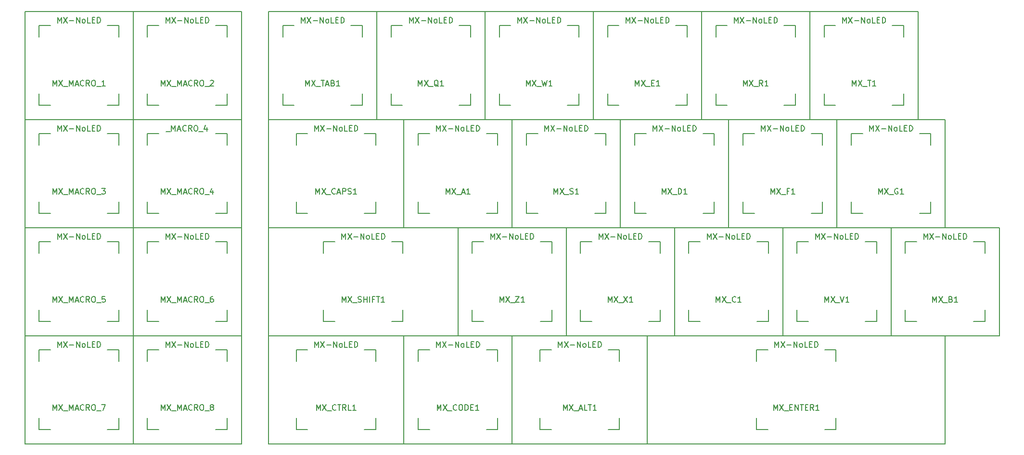
<source format=gbr>
G04 #@! TF.GenerationSoftware,KiCad,Pcbnew,(5.1.4)-1*
G04 #@! TF.CreationDate,2020-11-20T09:34:24-08:00*
G04 #@! TF.ProjectId,_autosave-_autosave-_autosave-_autosave-uwu-55,5f617574-6f73-4617-9665-2d5f6175746f,rev?*
G04 #@! TF.SameCoordinates,Original*
G04 #@! TF.FileFunction,Drawing*
%FSLAX46Y46*%
G04 Gerber Fmt 4.6, Leading zero omitted, Abs format (unit mm)*
G04 Created by KiCad (PCBNEW (5.1.4)-1) date 2020-11-20 09:34:24*
%MOMM*%
%LPD*%
G04 APERTURE LIST*
%ADD10C,0.150000*%
G04 APERTURE END LIST*
D10*
X58737500Y-133350000D02*
X58737500Y-114300000D01*
X58737500Y-133350000D02*
X111125000Y-133350000D01*
X111125000Y-114300000D02*
X111125000Y-133350000D01*
X58737500Y-114300000D02*
X111125000Y-114300000D01*
X77931250Y-116825000D02*
X77931250Y-118825000D01*
X79931250Y-116825000D02*
X77931250Y-116825000D01*
X77931250Y-130825000D02*
X79931250Y-130825000D01*
X77931250Y-128825000D02*
X77931250Y-130825000D01*
X91931250Y-130825000D02*
X91931250Y-128825000D01*
X89931250Y-130825000D02*
X91931250Y-130825000D01*
X91931250Y-116825000D02*
X91931250Y-118825000D01*
X89931250Y-116825000D02*
X91931250Y-116825000D01*
X13731250Y-97775000D02*
X15731250Y-97775000D01*
X15731250Y-97775000D02*
X15731250Y-99775000D01*
X13731250Y-111775000D02*
X15731250Y-111775000D01*
X15731250Y-111775000D02*
X15731250Y-109775000D01*
X1731250Y-109775000D02*
X1731250Y-111775000D01*
X1731250Y-111775000D02*
X3731250Y-111775000D01*
X3731250Y-97775000D02*
X1731250Y-97775000D01*
X1731250Y-97775000D02*
X1731250Y-99775000D01*
X-7937500Y-95250000D02*
X25400000Y-95250000D01*
X25400000Y-95250000D02*
X25400000Y-114300000D01*
X-7937500Y-114300000D02*
X25400000Y-114300000D01*
X-7937500Y-114300000D02*
X-7937500Y-95250000D01*
X51831250Y-116825000D02*
X53831250Y-116825000D01*
X53831250Y-116825000D02*
X53831250Y-118825000D01*
X51831250Y-130825000D02*
X53831250Y-130825000D01*
X53831250Y-130825000D02*
X53831250Y-128825000D01*
X39831250Y-128825000D02*
X39831250Y-130825000D01*
X39831250Y-130825000D02*
X41831250Y-130825000D01*
X41831250Y-116825000D02*
X39831250Y-116825000D01*
X39831250Y-116825000D02*
X39831250Y-118825000D01*
X34925000Y-114300000D02*
X58737500Y-114300000D01*
X58737500Y-114300000D02*
X58737500Y-133350000D01*
X34925000Y-133350000D02*
X58737500Y-133350000D01*
X34925000Y-133350000D02*
X34925000Y-114300000D01*
X8968750Y-116825000D02*
X10968750Y-116825000D01*
X10968750Y-116825000D02*
X10968750Y-118825000D01*
X8968750Y-130825000D02*
X10968750Y-130825000D01*
X10968750Y-130825000D02*
X10968750Y-128825000D01*
X-3031250Y-128825000D02*
X-3031250Y-130825000D01*
X-3031250Y-130825000D02*
X-1031250Y-130825000D01*
X-1031250Y-116825000D02*
X-3031250Y-116825000D01*
X-3031250Y-116825000D02*
X-3031250Y-118825000D01*
X-7937500Y-114300000D02*
X15875000Y-114300000D01*
X15875000Y-114300000D02*
X15875000Y-133350000D01*
X-7937500Y-133350000D02*
X15875000Y-133350000D01*
X-7937500Y-133350000D02*
X-7937500Y-114300000D01*
X8968750Y-78725000D02*
X10968750Y-78725000D01*
X10968750Y-78725000D02*
X10968750Y-80725000D01*
X8968750Y-92725000D02*
X10968750Y-92725000D01*
X10968750Y-92725000D02*
X10968750Y-90725000D01*
X-3031250Y-90725000D02*
X-3031250Y-92725000D01*
X-3031250Y-92725000D02*
X-1031250Y-92725000D01*
X-1031250Y-78725000D02*
X-3031250Y-78725000D01*
X-3031250Y-78725000D02*
X-3031250Y-80725000D01*
X-7937500Y-76200000D02*
X15875000Y-76200000D01*
X15875000Y-76200000D02*
X15875000Y-95250000D01*
X-7937500Y-95250000D02*
X15875000Y-95250000D01*
X-7937500Y-95250000D02*
X-7937500Y-76200000D01*
X30400000Y-78725000D02*
X32400000Y-78725000D01*
X32400000Y-78725000D02*
X32400000Y-80725000D01*
X30400000Y-92725000D02*
X32400000Y-92725000D01*
X32400000Y-92725000D02*
X32400000Y-90725000D01*
X18400000Y-90725000D02*
X18400000Y-92725000D01*
X18400000Y-92725000D02*
X20400000Y-92725000D01*
X20400000Y-78725000D02*
X18400000Y-78725000D01*
X18400000Y-78725000D02*
X18400000Y-80725000D01*
X15875000Y-76200000D02*
X34925000Y-76200000D01*
X34925000Y-76200000D02*
X34925000Y-95250000D01*
X34925000Y-95250000D02*
X15875000Y-95250000D01*
X15875000Y-95250000D02*
X15875000Y-76200000D01*
X116125000Y-97775000D02*
X118125000Y-97775000D01*
X118125000Y-97775000D02*
X118125000Y-99775000D01*
X116125000Y-111775000D02*
X118125000Y-111775000D01*
X118125000Y-111775000D02*
X118125000Y-109775000D01*
X104125000Y-109775000D02*
X104125000Y-111775000D01*
X104125000Y-111775000D02*
X106125000Y-111775000D01*
X106125000Y-97775000D02*
X104125000Y-97775000D01*
X104125000Y-97775000D02*
X104125000Y-99775000D01*
X101600000Y-95250000D02*
X120650000Y-95250000D01*
X120650000Y-95250000D02*
X120650000Y-114300000D01*
X120650000Y-114300000D02*
X101600000Y-114300000D01*
X101600000Y-114300000D02*
X101600000Y-95250000D01*
X78025000Y-97775000D02*
X80025000Y-97775000D01*
X80025000Y-97775000D02*
X80025000Y-99775000D01*
X78025000Y-111775000D02*
X80025000Y-111775000D01*
X80025000Y-111775000D02*
X80025000Y-109775000D01*
X66025000Y-109775000D02*
X66025000Y-111775000D01*
X66025000Y-111775000D02*
X68025000Y-111775000D01*
X68025000Y-97775000D02*
X66025000Y-97775000D01*
X66025000Y-97775000D02*
X66025000Y-99775000D01*
X63500000Y-95250000D02*
X82550000Y-95250000D01*
X82550000Y-95250000D02*
X82550000Y-114300000D01*
X82550000Y-114300000D02*
X63500000Y-114300000D01*
X63500000Y-114300000D02*
X63500000Y-95250000D01*
X30400000Y-116825000D02*
X32400000Y-116825000D01*
X32400000Y-116825000D02*
X32400000Y-118825000D01*
X30400000Y-130825000D02*
X32400000Y-130825000D01*
X32400000Y-130825000D02*
X32400000Y-128825000D01*
X18400000Y-128825000D02*
X18400000Y-130825000D01*
X18400000Y-130825000D02*
X20400000Y-130825000D01*
X20400000Y-116825000D02*
X18400000Y-116825000D01*
X18400000Y-116825000D02*
X18400000Y-118825000D01*
X15875000Y-114300000D02*
X34925000Y-114300000D01*
X34925000Y-114300000D02*
X34925000Y-133350000D01*
X34925000Y-133350000D02*
X15875000Y-133350000D01*
X15875000Y-133350000D02*
X15875000Y-114300000D01*
X68500000Y-78725000D02*
X70500000Y-78725000D01*
X70500000Y-78725000D02*
X70500000Y-80725000D01*
X68500000Y-92725000D02*
X70500000Y-92725000D01*
X70500000Y-92725000D02*
X70500000Y-90725000D01*
X56500000Y-90725000D02*
X56500000Y-92725000D01*
X56500000Y-92725000D02*
X58500000Y-92725000D01*
X58500000Y-78725000D02*
X56500000Y-78725000D01*
X56500000Y-78725000D02*
X56500000Y-80725000D01*
X53975000Y-76200000D02*
X73025000Y-76200000D01*
X73025000Y-76200000D02*
X73025000Y-95250000D01*
X73025000Y-95250000D02*
X53975000Y-95250000D01*
X53975000Y-95250000D02*
X53975000Y-76200000D01*
X87550000Y-78725000D02*
X89550000Y-78725000D01*
X89550000Y-78725000D02*
X89550000Y-80725000D01*
X87550000Y-92725000D02*
X89550000Y-92725000D01*
X89550000Y-92725000D02*
X89550000Y-90725000D01*
X75550000Y-90725000D02*
X75550000Y-92725000D01*
X75550000Y-92725000D02*
X77550000Y-92725000D01*
X77550000Y-78725000D02*
X75550000Y-78725000D01*
X75550000Y-78725000D02*
X75550000Y-80725000D01*
X73025000Y-76200000D02*
X92075000Y-76200000D01*
X92075000Y-76200000D02*
X92075000Y-95250000D01*
X92075000Y-95250000D02*
X73025000Y-95250000D01*
X73025000Y-95250000D02*
X73025000Y-76200000D01*
X106600000Y-78725000D02*
X108600000Y-78725000D01*
X108600000Y-78725000D02*
X108600000Y-80725000D01*
X106600000Y-92725000D02*
X108600000Y-92725000D01*
X108600000Y-92725000D02*
X108600000Y-90725000D01*
X94600000Y-90725000D02*
X94600000Y-92725000D01*
X94600000Y-92725000D02*
X96600000Y-92725000D01*
X96600000Y-78725000D02*
X94600000Y-78725000D01*
X94600000Y-78725000D02*
X94600000Y-80725000D01*
X92075000Y-76200000D02*
X111125000Y-76200000D01*
X111125000Y-76200000D02*
X111125000Y-95250000D01*
X111125000Y-95250000D02*
X92075000Y-95250000D01*
X92075000Y-95250000D02*
X92075000Y-76200000D01*
X25637500Y-59675000D02*
X27637500Y-59675000D01*
X27637500Y-59675000D02*
X27637500Y-61675000D01*
X25637500Y-73675000D02*
X27637500Y-73675000D01*
X27637500Y-73675000D02*
X27637500Y-71675000D01*
X13637500Y-71675000D02*
X13637500Y-73675000D01*
X13637500Y-73675000D02*
X15637500Y-73675000D01*
X15637500Y-59675000D02*
X13637500Y-59675000D01*
X13637500Y-59675000D02*
X13637500Y-61675000D01*
X11112500Y-57150000D02*
X30162500Y-57150000D01*
X30162500Y-57150000D02*
X30162500Y-76200000D01*
X30162500Y-76200000D02*
X11112500Y-76200000D01*
X11112500Y-76200000D02*
X11112500Y-57150000D01*
X82787500Y-59675000D02*
X84787500Y-59675000D01*
X84787500Y-59675000D02*
X84787500Y-61675000D01*
X82787500Y-73675000D02*
X84787500Y-73675000D01*
X84787500Y-73675000D02*
X84787500Y-71675000D01*
X70787500Y-71675000D02*
X70787500Y-73675000D01*
X70787500Y-73675000D02*
X72787500Y-73675000D01*
X72787500Y-59675000D02*
X70787500Y-59675000D01*
X70787500Y-59675000D02*
X70787500Y-61675000D01*
X68262500Y-57150000D02*
X87312500Y-57150000D01*
X87312500Y-57150000D02*
X87312500Y-76200000D01*
X87312500Y-76200000D02*
X68262500Y-76200000D01*
X68262500Y-76200000D02*
X68262500Y-57150000D01*
X49450000Y-78725000D02*
X51450000Y-78725000D01*
X51450000Y-78725000D02*
X51450000Y-80725000D01*
X49450000Y-92725000D02*
X51450000Y-92725000D01*
X51450000Y-92725000D02*
X51450000Y-90725000D01*
X37450000Y-90725000D02*
X37450000Y-92725000D01*
X37450000Y-92725000D02*
X39450000Y-92725000D01*
X39450000Y-78725000D02*
X37450000Y-78725000D01*
X37450000Y-78725000D02*
X37450000Y-80725000D01*
X34925000Y-76200000D02*
X53975000Y-76200000D01*
X53975000Y-76200000D02*
X53975000Y-95250000D01*
X53975000Y-95250000D02*
X34925000Y-95250000D01*
X34925000Y-95250000D02*
X34925000Y-76200000D01*
X101837500Y-59675000D02*
X103837500Y-59675000D01*
X103837500Y-59675000D02*
X103837500Y-61675000D01*
X101837500Y-73675000D02*
X103837500Y-73675000D01*
X103837500Y-73675000D02*
X103837500Y-71675000D01*
X89837500Y-71675000D02*
X89837500Y-73675000D01*
X89837500Y-73675000D02*
X91837500Y-73675000D01*
X91837500Y-59675000D02*
X89837500Y-59675000D01*
X89837500Y-59675000D02*
X89837500Y-61675000D01*
X87312500Y-57150000D02*
X106362500Y-57150000D01*
X106362500Y-57150000D02*
X106362500Y-76200000D01*
X106362500Y-76200000D02*
X87312500Y-76200000D01*
X87312500Y-76200000D02*
X87312500Y-57150000D01*
X6587500Y-59675000D02*
X8587500Y-59675000D01*
X8587500Y-59675000D02*
X8587500Y-61675000D01*
X6587500Y-73675000D02*
X8587500Y-73675000D01*
X8587500Y-73675000D02*
X8587500Y-71675000D01*
X-5412500Y-71675000D02*
X-5412500Y-73675000D01*
X-5412500Y-73675000D02*
X-3412500Y-73675000D01*
X-3412500Y-59675000D02*
X-5412500Y-59675000D01*
X-5412500Y-59675000D02*
X-5412500Y-61675000D01*
X-7937500Y-57150000D02*
X11112500Y-57150000D01*
X11112500Y-57150000D02*
X11112500Y-76200000D01*
X11112500Y-76200000D02*
X-7937500Y-76200000D01*
X-7937500Y-76200000D02*
X-7937500Y-57150000D01*
X97075000Y-97775000D02*
X99075000Y-97775000D01*
X99075000Y-97775000D02*
X99075000Y-99775000D01*
X97075000Y-111775000D02*
X99075000Y-111775000D01*
X99075000Y-111775000D02*
X99075000Y-109775000D01*
X85075000Y-109775000D02*
X85075000Y-111775000D01*
X85075000Y-111775000D02*
X87075000Y-111775000D01*
X87075000Y-97775000D02*
X85075000Y-97775000D01*
X85075000Y-97775000D02*
X85075000Y-99775000D01*
X82550000Y-95250000D02*
X101600000Y-95250000D01*
X101600000Y-95250000D02*
X101600000Y-114300000D01*
X101600000Y-114300000D02*
X82550000Y-114300000D01*
X82550000Y-114300000D02*
X82550000Y-95250000D01*
X44687500Y-59675000D02*
X46687500Y-59675000D01*
X46687500Y-59675000D02*
X46687500Y-61675000D01*
X44687500Y-73675000D02*
X46687500Y-73675000D01*
X46687500Y-73675000D02*
X46687500Y-71675000D01*
X32687500Y-71675000D02*
X32687500Y-73675000D01*
X32687500Y-73675000D02*
X34687500Y-73675000D01*
X34687500Y-59675000D02*
X32687500Y-59675000D01*
X32687500Y-59675000D02*
X32687500Y-61675000D01*
X30162500Y-57150000D02*
X49212500Y-57150000D01*
X49212500Y-57150000D02*
X49212500Y-76200000D01*
X49212500Y-76200000D02*
X30162500Y-76200000D01*
X30162500Y-76200000D02*
X30162500Y-57150000D01*
X58975000Y-97775000D02*
X60975000Y-97775000D01*
X60975000Y-97775000D02*
X60975000Y-99775000D01*
X58975000Y-111775000D02*
X60975000Y-111775000D01*
X60975000Y-111775000D02*
X60975000Y-109775000D01*
X46975000Y-109775000D02*
X46975000Y-111775000D01*
X46975000Y-111775000D02*
X48975000Y-111775000D01*
X48975000Y-97775000D02*
X46975000Y-97775000D01*
X46975000Y-97775000D02*
X46975000Y-99775000D01*
X44450000Y-95250000D02*
X63500000Y-95250000D01*
X63500000Y-95250000D02*
X63500000Y-114300000D01*
X63500000Y-114300000D02*
X44450000Y-114300000D01*
X44450000Y-114300000D02*
X44450000Y-95250000D01*
X39925000Y-97775000D02*
X41925000Y-97775000D01*
X41925000Y-97775000D02*
X41925000Y-99775000D01*
X39925000Y-111775000D02*
X41925000Y-111775000D01*
X41925000Y-111775000D02*
X41925000Y-109775000D01*
X27925000Y-109775000D02*
X27925000Y-111775000D01*
X27925000Y-111775000D02*
X29925000Y-111775000D01*
X29925000Y-97775000D02*
X27925000Y-97775000D01*
X27925000Y-97775000D02*
X27925000Y-99775000D01*
X25400000Y-95250000D02*
X44450000Y-95250000D01*
X44450000Y-95250000D02*
X44450000Y-114300000D01*
X44450000Y-114300000D02*
X25400000Y-114300000D01*
X25400000Y-114300000D02*
X25400000Y-95250000D01*
X63737500Y-59675000D02*
X65737500Y-59675000D01*
X65737500Y-59675000D02*
X65737500Y-61675000D01*
X63737500Y-73675000D02*
X65737500Y-73675000D01*
X65737500Y-73675000D02*
X65737500Y-71675000D01*
X51737500Y-71675000D02*
X51737500Y-73675000D01*
X51737500Y-73675000D02*
X53737500Y-73675000D01*
X53737500Y-59675000D02*
X51737500Y-59675000D01*
X51737500Y-59675000D02*
X51737500Y-61675000D01*
X49212500Y-57150000D02*
X68262500Y-57150000D01*
X68262500Y-57150000D02*
X68262500Y-76200000D01*
X68262500Y-76200000D02*
X49212500Y-76200000D01*
X49212500Y-76200000D02*
X49212500Y-57150000D01*
X-36275000Y-116825000D02*
X-34275000Y-116825000D01*
X-34275000Y-116825000D02*
X-34275000Y-118825000D01*
X-36275000Y-130825000D02*
X-34275000Y-130825000D01*
X-34275000Y-130825000D02*
X-34275000Y-128825000D01*
X-48275000Y-128825000D02*
X-48275000Y-130825000D01*
X-48275000Y-130825000D02*
X-46275000Y-130825000D01*
X-46275000Y-116825000D02*
X-48275000Y-116825000D01*
X-48275000Y-116825000D02*
X-48275000Y-118825000D01*
X-50800000Y-114300000D02*
X-31750000Y-114300000D01*
X-31750000Y-114300000D02*
X-31750000Y-133350000D01*
X-31750000Y-133350000D02*
X-50800000Y-133350000D01*
X-50800000Y-133350000D02*
X-50800000Y-114300000D01*
X-36275000Y-78725000D02*
X-34275000Y-78725000D01*
X-34275000Y-78725000D02*
X-34275000Y-80725000D01*
X-36275000Y-92725000D02*
X-34275000Y-92725000D01*
X-34275000Y-92725000D02*
X-34275000Y-90725000D01*
X-48275000Y-90725000D02*
X-48275000Y-92725000D01*
X-48275000Y-92725000D02*
X-46275000Y-92725000D01*
X-46275000Y-78725000D02*
X-48275000Y-78725000D01*
X-48275000Y-78725000D02*
X-48275000Y-80725000D01*
X-50800000Y-76200000D02*
X-31750000Y-76200000D01*
X-31750000Y-76200000D02*
X-31750000Y-95250000D01*
X-31750000Y-95250000D02*
X-50800000Y-95250000D01*
X-50800000Y-95250000D02*
X-50800000Y-76200000D01*
X-36275000Y-97775000D02*
X-34275000Y-97775000D01*
X-34275000Y-97775000D02*
X-34275000Y-99775000D01*
X-36275000Y-111775000D02*
X-34275000Y-111775000D01*
X-34275000Y-111775000D02*
X-34275000Y-109775000D01*
X-48275000Y-109775000D02*
X-48275000Y-111775000D01*
X-48275000Y-111775000D02*
X-46275000Y-111775000D01*
X-46275000Y-97775000D02*
X-48275000Y-97775000D01*
X-48275000Y-97775000D02*
X-48275000Y-99775000D01*
X-50800000Y-95250000D02*
X-31750000Y-95250000D01*
X-31750000Y-95250000D02*
X-31750000Y-114300000D01*
X-31750000Y-114300000D02*
X-50800000Y-114300000D01*
X-50800000Y-114300000D02*
X-50800000Y-95250000D01*
X-17225000Y-97775000D02*
X-15225000Y-97775000D01*
X-15225000Y-97775000D02*
X-15225000Y-99775000D01*
X-17225000Y-111775000D02*
X-15225000Y-111775000D01*
X-15225000Y-111775000D02*
X-15225000Y-109775000D01*
X-29225000Y-109775000D02*
X-29225000Y-111775000D01*
X-29225000Y-111775000D02*
X-27225000Y-111775000D01*
X-27225000Y-97775000D02*
X-29225000Y-97775000D01*
X-29225000Y-97775000D02*
X-29225000Y-99775000D01*
X-31750000Y-95250000D02*
X-12700000Y-95250000D01*
X-12700000Y-95250000D02*
X-12700000Y-114300000D01*
X-12700000Y-114300000D02*
X-31750000Y-114300000D01*
X-31750000Y-114300000D02*
X-31750000Y-95250000D01*
X-17225000Y-59675000D02*
X-15225000Y-59675000D01*
X-15225000Y-59675000D02*
X-15225000Y-61675000D01*
X-17225000Y-73675000D02*
X-15225000Y-73675000D01*
X-15225000Y-73675000D02*
X-15225000Y-71675000D01*
X-29225000Y-71675000D02*
X-29225000Y-73675000D01*
X-29225000Y-73675000D02*
X-27225000Y-73675000D01*
X-27225000Y-59675000D02*
X-29225000Y-59675000D01*
X-29225000Y-59675000D02*
X-29225000Y-61675000D01*
X-31750000Y-57150000D02*
X-12700000Y-57150000D01*
X-12700000Y-57150000D02*
X-12700000Y-76200000D01*
X-12700000Y-76200000D02*
X-31750000Y-76200000D01*
X-31750000Y-76200000D02*
X-31750000Y-57150000D01*
X-36275000Y-59675000D02*
X-34275000Y-59675000D01*
X-34275000Y-59675000D02*
X-34275000Y-61675000D01*
X-36275000Y-73675000D02*
X-34275000Y-73675000D01*
X-34275000Y-73675000D02*
X-34275000Y-71675000D01*
X-48275000Y-71675000D02*
X-48275000Y-73675000D01*
X-48275000Y-73675000D02*
X-46275000Y-73675000D01*
X-46275000Y-59675000D02*
X-48275000Y-59675000D01*
X-48275000Y-59675000D02*
X-48275000Y-61675000D01*
X-50800000Y-57150000D02*
X-31750000Y-57150000D01*
X-31750000Y-57150000D02*
X-31750000Y-76200000D01*
X-31750000Y-76200000D02*
X-50800000Y-76200000D01*
X-50800000Y-76200000D02*
X-50800000Y-57150000D01*
X-17225000Y-116825000D02*
X-15225000Y-116825000D01*
X-15225000Y-116825000D02*
X-15225000Y-118825000D01*
X-17225000Y-130825000D02*
X-15225000Y-130825000D01*
X-15225000Y-130825000D02*
X-15225000Y-128825000D01*
X-29225000Y-128825000D02*
X-29225000Y-130825000D01*
X-29225000Y-130825000D02*
X-27225000Y-130825000D01*
X-27225000Y-116825000D02*
X-29225000Y-116825000D01*
X-29225000Y-116825000D02*
X-29225000Y-118825000D01*
X-31750000Y-114300000D02*
X-12700000Y-114300000D01*
X-12700000Y-114300000D02*
X-12700000Y-133350000D01*
X-12700000Y-133350000D02*
X-31750000Y-133350000D01*
X-31750000Y-133350000D02*
X-31750000Y-114300000D01*
X-17225000Y-78725000D02*
X-15225000Y-78725000D01*
X-15225000Y-78725000D02*
X-15225000Y-80725000D01*
X-17225000Y-92725000D02*
X-15225000Y-92725000D01*
X-15225000Y-92725000D02*
X-15225000Y-90725000D01*
X-29225000Y-90725000D02*
X-29225000Y-92725000D01*
X-29225000Y-92725000D02*
X-27225000Y-92725000D01*
X-27225000Y-78725000D02*
X-29225000Y-78725000D01*
X-29225000Y-78725000D02*
X-29225000Y-80725000D01*
X-31750000Y-76200000D02*
X-12700000Y-76200000D01*
X-12700000Y-76200000D02*
X-12700000Y-95250000D01*
X-12700000Y-95250000D02*
X-31750000Y-95250000D01*
X-31750000Y-95250000D02*
X-31750000Y-76200000D01*
X80955059Y-127452380D02*
X80955059Y-126452380D01*
X81288392Y-127166666D01*
X81621726Y-126452380D01*
X81621726Y-127452380D01*
X82002678Y-126452380D02*
X82669345Y-127452380D01*
X82669345Y-126452380D02*
X82002678Y-127452380D01*
X82812202Y-127547619D02*
X83574107Y-127547619D01*
X83812202Y-126928571D02*
X84145535Y-126928571D01*
X84288392Y-127452380D02*
X83812202Y-127452380D01*
X83812202Y-126452380D01*
X84288392Y-126452380D01*
X84716964Y-127452380D02*
X84716964Y-126452380D01*
X85288392Y-127452380D01*
X85288392Y-126452380D01*
X85621726Y-126452380D02*
X86193154Y-126452380D01*
X85907440Y-127452380D02*
X85907440Y-126452380D01*
X86526488Y-126928571D02*
X86859821Y-126928571D01*
X87002678Y-127452380D02*
X86526488Y-127452380D01*
X86526488Y-126452380D01*
X87002678Y-126452380D01*
X88002678Y-127452380D02*
X87669345Y-126976190D01*
X87431250Y-127452380D02*
X87431250Y-126452380D01*
X87812202Y-126452380D01*
X87907440Y-126500000D01*
X87955059Y-126547619D01*
X88002678Y-126642857D01*
X88002678Y-126785714D01*
X87955059Y-126880952D01*
X87907440Y-126928571D01*
X87812202Y-126976190D01*
X87431250Y-126976190D01*
X88955059Y-127452380D02*
X88383630Y-127452380D01*
X88669345Y-127452380D02*
X88669345Y-126452380D01*
X88574107Y-126595238D01*
X88478869Y-126690476D01*
X88383630Y-126738095D01*
X81169345Y-116339880D02*
X81169345Y-115339880D01*
X81502678Y-116054166D01*
X81836011Y-115339880D01*
X81836011Y-116339880D01*
X82216964Y-115339880D02*
X82883630Y-116339880D01*
X82883630Y-115339880D02*
X82216964Y-116339880D01*
X83264583Y-115958928D02*
X84026488Y-115958928D01*
X84502678Y-116339880D02*
X84502678Y-115339880D01*
X85074107Y-116339880D01*
X85074107Y-115339880D01*
X85693154Y-116339880D02*
X85597916Y-116292261D01*
X85550297Y-116244642D01*
X85502678Y-116149404D01*
X85502678Y-115863690D01*
X85550297Y-115768452D01*
X85597916Y-115720833D01*
X85693154Y-115673214D01*
X85836011Y-115673214D01*
X85931250Y-115720833D01*
X85978869Y-115768452D01*
X86026488Y-115863690D01*
X86026488Y-116149404D01*
X85978869Y-116244642D01*
X85931250Y-116292261D01*
X85836011Y-116339880D01*
X85693154Y-116339880D01*
X86931250Y-116339880D02*
X86455059Y-116339880D01*
X86455059Y-115339880D01*
X87264583Y-115816071D02*
X87597916Y-115816071D01*
X87740773Y-116339880D02*
X87264583Y-116339880D01*
X87264583Y-115339880D01*
X87740773Y-115339880D01*
X88169345Y-116339880D02*
X88169345Y-115339880D01*
X88407440Y-115339880D01*
X88550297Y-115387500D01*
X88645535Y-115482738D01*
X88693154Y-115577976D01*
X88740773Y-115768452D01*
X88740773Y-115911309D01*
X88693154Y-116101785D01*
X88645535Y-116197023D01*
X88550297Y-116292261D01*
X88407440Y-116339880D01*
X88169345Y-116339880D01*
X5016964Y-108402380D02*
X5016964Y-107402380D01*
X5350297Y-108116666D01*
X5683630Y-107402380D01*
X5683630Y-108402380D01*
X6064583Y-107402380D02*
X6731250Y-108402380D01*
X6731250Y-107402380D02*
X6064583Y-108402380D01*
X6874107Y-108497619D02*
X7636011Y-108497619D01*
X7826488Y-108354761D02*
X7969345Y-108402380D01*
X8207440Y-108402380D01*
X8302678Y-108354761D01*
X8350297Y-108307142D01*
X8397916Y-108211904D01*
X8397916Y-108116666D01*
X8350297Y-108021428D01*
X8302678Y-107973809D01*
X8207440Y-107926190D01*
X8016964Y-107878571D01*
X7921726Y-107830952D01*
X7874107Y-107783333D01*
X7826488Y-107688095D01*
X7826488Y-107592857D01*
X7874107Y-107497619D01*
X7921726Y-107450000D01*
X8016964Y-107402380D01*
X8255059Y-107402380D01*
X8397916Y-107450000D01*
X8826488Y-108402380D02*
X8826488Y-107402380D01*
X8826488Y-107878571D02*
X9397916Y-107878571D01*
X9397916Y-108402380D02*
X9397916Y-107402380D01*
X9874107Y-108402380D02*
X9874107Y-107402380D01*
X10683630Y-107878571D02*
X10350297Y-107878571D01*
X10350297Y-108402380D02*
X10350297Y-107402380D01*
X10826488Y-107402380D01*
X11064583Y-107402380D02*
X11636011Y-107402380D01*
X11350297Y-108402380D02*
X11350297Y-107402380D01*
X12493154Y-108402380D02*
X11921726Y-108402380D01*
X12207440Y-108402380D02*
X12207440Y-107402380D01*
X12112202Y-107545238D01*
X12016964Y-107640476D01*
X11921726Y-107688095D01*
X4969345Y-97289880D02*
X4969345Y-96289880D01*
X5302678Y-97004166D01*
X5636011Y-96289880D01*
X5636011Y-97289880D01*
X6016964Y-96289880D02*
X6683630Y-97289880D01*
X6683630Y-96289880D02*
X6016964Y-97289880D01*
X7064583Y-96908928D02*
X7826488Y-96908928D01*
X8302678Y-97289880D02*
X8302678Y-96289880D01*
X8874107Y-97289880D01*
X8874107Y-96289880D01*
X9493154Y-97289880D02*
X9397916Y-97242261D01*
X9350297Y-97194642D01*
X9302678Y-97099404D01*
X9302678Y-96813690D01*
X9350297Y-96718452D01*
X9397916Y-96670833D01*
X9493154Y-96623214D01*
X9636011Y-96623214D01*
X9731250Y-96670833D01*
X9778869Y-96718452D01*
X9826488Y-96813690D01*
X9826488Y-97099404D01*
X9778869Y-97194642D01*
X9731250Y-97242261D01*
X9636011Y-97289880D01*
X9493154Y-97289880D01*
X10731250Y-97289880D02*
X10255059Y-97289880D01*
X10255059Y-96289880D01*
X11064583Y-96766071D02*
X11397916Y-96766071D01*
X11540773Y-97289880D02*
X11064583Y-97289880D01*
X11064583Y-96289880D01*
X11540773Y-96289880D01*
X11969345Y-97289880D02*
X11969345Y-96289880D01*
X12207440Y-96289880D01*
X12350297Y-96337500D01*
X12445535Y-96432738D01*
X12493154Y-96527976D01*
X12540773Y-96718452D01*
X12540773Y-96861309D01*
X12493154Y-97051785D01*
X12445535Y-97147023D01*
X12350297Y-97242261D01*
X12207440Y-97289880D01*
X11969345Y-97289880D01*
X43950297Y-127452380D02*
X43950297Y-126452380D01*
X44283630Y-127166666D01*
X44616964Y-126452380D01*
X44616964Y-127452380D01*
X44997916Y-126452380D02*
X45664583Y-127452380D01*
X45664583Y-126452380D02*
X44997916Y-127452380D01*
X45807440Y-127547619D02*
X46569345Y-127547619D01*
X46759821Y-127166666D02*
X47236011Y-127166666D01*
X46664583Y-127452380D02*
X46997916Y-126452380D01*
X47331250Y-127452380D01*
X48140773Y-127452380D02*
X47664583Y-127452380D01*
X47664583Y-126452380D01*
X48331250Y-126452380D02*
X48902678Y-126452380D01*
X48616964Y-127452380D02*
X48616964Y-126452380D01*
X49759821Y-127452380D02*
X49188392Y-127452380D01*
X49474107Y-127452380D02*
X49474107Y-126452380D01*
X49378869Y-126595238D01*
X49283630Y-126690476D01*
X49188392Y-126738095D01*
X43069345Y-116339880D02*
X43069345Y-115339880D01*
X43402678Y-116054166D01*
X43736011Y-115339880D01*
X43736011Y-116339880D01*
X44116964Y-115339880D02*
X44783630Y-116339880D01*
X44783630Y-115339880D02*
X44116964Y-116339880D01*
X45164583Y-115958928D02*
X45926488Y-115958928D01*
X46402678Y-116339880D02*
X46402678Y-115339880D01*
X46974107Y-116339880D01*
X46974107Y-115339880D01*
X47593154Y-116339880D02*
X47497916Y-116292261D01*
X47450297Y-116244642D01*
X47402678Y-116149404D01*
X47402678Y-115863690D01*
X47450297Y-115768452D01*
X47497916Y-115720833D01*
X47593154Y-115673214D01*
X47736011Y-115673214D01*
X47831250Y-115720833D01*
X47878869Y-115768452D01*
X47926488Y-115863690D01*
X47926488Y-116149404D01*
X47878869Y-116244642D01*
X47831250Y-116292261D01*
X47736011Y-116339880D01*
X47593154Y-116339880D01*
X48831250Y-116339880D02*
X48355059Y-116339880D01*
X48355059Y-115339880D01*
X49164583Y-115816071D02*
X49497916Y-115816071D01*
X49640773Y-116339880D02*
X49164583Y-116339880D01*
X49164583Y-115339880D01*
X49640773Y-115339880D01*
X50069345Y-116339880D02*
X50069345Y-115339880D01*
X50307440Y-115339880D01*
X50450297Y-115387500D01*
X50545535Y-115482738D01*
X50593154Y-115577976D01*
X50640773Y-115768452D01*
X50640773Y-115911309D01*
X50593154Y-116101785D01*
X50545535Y-116197023D01*
X50450297Y-116292261D01*
X50307440Y-116339880D01*
X50069345Y-116339880D01*
X516369Y-127452380D02*
X516369Y-126452380D01*
X849702Y-127166666D01*
X1183035Y-126452380D01*
X1183035Y-127452380D01*
X1563988Y-126452380D02*
X2230654Y-127452380D01*
X2230654Y-126452380D02*
X1563988Y-127452380D01*
X2373511Y-127547619D02*
X3135416Y-127547619D01*
X3944940Y-127357142D02*
X3897321Y-127404761D01*
X3754464Y-127452380D01*
X3659226Y-127452380D01*
X3516369Y-127404761D01*
X3421130Y-127309523D01*
X3373511Y-127214285D01*
X3325892Y-127023809D01*
X3325892Y-126880952D01*
X3373511Y-126690476D01*
X3421130Y-126595238D01*
X3516369Y-126500000D01*
X3659226Y-126452380D01*
X3754464Y-126452380D01*
X3897321Y-126500000D01*
X3944940Y-126547619D01*
X4230654Y-126452380D02*
X4802083Y-126452380D01*
X4516369Y-127452380D02*
X4516369Y-126452380D01*
X5706845Y-127452380D02*
X5373511Y-126976190D01*
X5135416Y-127452380D02*
X5135416Y-126452380D01*
X5516369Y-126452380D01*
X5611607Y-126500000D01*
X5659226Y-126547619D01*
X5706845Y-126642857D01*
X5706845Y-126785714D01*
X5659226Y-126880952D01*
X5611607Y-126928571D01*
X5516369Y-126976190D01*
X5135416Y-126976190D01*
X6611607Y-127452380D02*
X6135416Y-127452380D01*
X6135416Y-126452380D01*
X7468750Y-127452380D02*
X6897321Y-127452380D01*
X7183035Y-127452380D02*
X7183035Y-126452380D01*
X7087797Y-126595238D01*
X6992559Y-126690476D01*
X6897321Y-126738095D01*
X206845Y-116339880D02*
X206845Y-115339880D01*
X540178Y-116054166D01*
X873511Y-115339880D01*
X873511Y-116339880D01*
X1254464Y-115339880D02*
X1921130Y-116339880D01*
X1921130Y-115339880D02*
X1254464Y-116339880D01*
X2302083Y-115958928D02*
X3063988Y-115958928D01*
X3540178Y-116339880D02*
X3540178Y-115339880D01*
X4111607Y-116339880D01*
X4111607Y-115339880D01*
X4730654Y-116339880D02*
X4635416Y-116292261D01*
X4587797Y-116244642D01*
X4540178Y-116149404D01*
X4540178Y-115863690D01*
X4587797Y-115768452D01*
X4635416Y-115720833D01*
X4730654Y-115673214D01*
X4873511Y-115673214D01*
X4968750Y-115720833D01*
X5016369Y-115768452D01*
X5063988Y-115863690D01*
X5063988Y-116149404D01*
X5016369Y-116244642D01*
X4968750Y-116292261D01*
X4873511Y-116339880D01*
X4730654Y-116339880D01*
X5968750Y-116339880D02*
X5492559Y-116339880D01*
X5492559Y-115339880D01*
X6302083Y-115816071D02*
X6635416Y-115816071D01*
X6778273Y-116339880D02*
X6302083Y-116339880D01*
X6302083Y-115339880D01*
X6778273Y-115339880D01*
X7206845Y-116339880D02*
X7206845Y-115339880D01*
X7444940Y-115339880D01*
X7587797Y-115387500D01*
X7683035Y-115482738D01*
X7730654Y-115577976D01*
X7778273Y-115768452D01*
X7778273Y-115911309D01*
X7730654Y-116101785D01*
X7683035Y-116197023D01*
X7587797Y-116292261D01*
X7444940Y-116339880D01*
X7206845Y-116339880D01*
X397321Y-89352380D02*
X397321Y-88352380D01*
X730654Y-89066666D01*
X1063988Y-88352380D01*
X1063988Y-89352380D01*
X1444940Y-88352380D02*
X2111607Y-89352380D01*
X2111607Y-88352380D02*
X1444940Y-89352380D01*
X2254464Y-89447619D02*
X3016369Y-89447619D01*
X3825892Y-89257142D02*
X3778273Y-89304761D01*
X3635416Y-89352380D01*
X3540178Y-89352380D01*
X3397321Y-89304761D01*
X3302083Y-89209523D01*
X3254464Y-89114285D01*
X3206845Y-88923809D01*
X3206845Y-88780952D01*
X3254464Y-88590476D01*
X3302083Y-88495238D01*
X3397321Y-88400000D01*
X3540178Y-88352380D01*
X3635416Y-88352380D01*
X3778273Y-88400000D01*
X3825892Y-88447619D01*
X4206845Y-89066666D02*
X4683035Y-89066666D01*
X4111607Y-89352380D02*
X4444940Y-88352380D01*
X4778273Y-89352380D01*
X5111607Y-89352380D02*
X5111607Y-88352380D01*
X5492559Y-88352380D01*
X5587797Y-88400000D01*
X5635416Y-88447619D01*
X5683035Y-88542857D01*
X5683035Y-88685714D01*
X5635416Y-88780952D01*
X5587797Y-88828571D01*
X5492559Y-88876190D01*
X5111607Y-88876190D01*
X6063988Y-89304761D02*
X6206845Y-89352380D01*
X6444940Y-89352380D01*
X6540178Y-89304761D01*
X6587797Y-89257142D01*
X6635416Y-89161904D01*
X6635416Y-89066666D01*
X6587797Y-88971428D01*
X6540178Y-88923809D01*
X6444940Y-88876190D01*
X6254464Y-88828571D01*
X6159226Y-88780952D01*
X6111607Y-88733333D01*
X6063988Y-88638095D01*
X6063988Y-88542857D01*
X6111607Y-88447619D01*
X6159226Y-88400000D01*
X6254464Y-88352380D01*
X6492559Y-88352380D01*
X6635416Y-88400000D01*
X7587797Y-89352380D02*
X7016369Y-89352380D01*
X7302083Y-89352380D02*
X7302083Y-88352380D01*
X7206845Y-88495238D01*
X7111607Y-88590476D01*
X7016369Y-88638095D01*
X206845Y-78239880D02*
X206845Y-77239880D01*
X540178Y-77954166D01*
X873511Y-77239880D01*
X873511Y-78239880D01*
X1254464Y-77239880D02*
X1921130Y-78239880D01*
X1921130Y-77239880D02*
X1254464Y-78239880D01*
X2302083Y-77858928D02*
X3063988Y-77858928D01*
X3540178Y-78239880D02*
X3540178Y-77239880D01*
X4111607Y-78239880D01*
X4111607Y-77239880D01*
X4730654Y-78239880D02*
X4635416Y-78192261D01*
X4587797Y-78144642D01*
X4540178Y-78049404D01*
X4540178Y-77763690D01*
X4587797Y-77668452D01*
X4635416Y-77620833D01*
X4730654Y-77573214D01*
X4873511Y-77573214D01*
X4968750Y-77620833D01*
X5016369Y-77668452D01*
X5063988Y-77763690D01*
X5063988Y-78049404D01*
X5016369Y-78144642D01*
X4968750Y-78192261D01*
X4873511Y-78239880D01*
X4730654Y-78239880D01*
X5968750Y-78239880D02*
X5492559Y-78239880D01*
X5492559Y-77239880D01*
X6302083Y-77716071D02*
X6635416Y-77716071D01*
X6778273Y-78239880D02*
X6302083Y-78239880D01*
X6302083Y-77239880D01*
X6778273Y-77239880D01*
X7206845Y-78239880D02*
X7206845Y-77239880D01*
X7444940Y-77239880D01*
X7587797Y-77287500D01*
X7683035Y-77382738D01*
X7730654Y-77477976D01*
X7778273Y-77668452D01*
X7778273Y-77811309D01*
X7730654Y-78001785D01*
X7683035Y-78097023D01*
X7587797Y-78192261D01*
X7444940Y-78239880D01*
X7206845Y-78239880D01*
X23304761Y-89352380D02*
X23304761Y-88352380D01*
X23638095Y-89066666D01*
X23971428Y-88352380D01*
X23971428Y-89352380D01*
X24352380Y-88352380D02*
X25019047Y-89352380D01*
X25019047Y-88352380D02*
X24352380Y-89352380D01*
X25161904Y-89447619D02*
X25923809Y-89447619D01*
X26114285Y-89066666D02*
X26590476Y-89066666D01*
X26019047Y-89352380D02*
X26352380Y-88352380D01*
X26685714Y-89352380D01*
X27542857Y-89352380D02*
X26971428Y-89352380D01*
X27257142Y-89352380D02*
X27257142Y-88352380D01*
X27161904Y-88495238D01*
X27066666Y-88590476D01*
X26971428Y-88638095D01*
X21638095Y-78239880D02*
X21638095Y-77239880D01*
X21971428Y-77954166D01*
X22304761Y-77239880D01*
X22304761Y-78239880D01*
X22685714Y-77239880D02*
X23352380Y-78239880D01*
X23352380Y-77239880D02*
X22685714Y-78239880D01*
X23733333Y-77858928D02*
X24495238Y-77858928D01*
X24971428Y-78239880D02*
X24971428Y-77239880D01*
X25542857Y-78239880D01*
X25542857Y-77239880D01*
X26161904Y-78239880D02*
X26066666Y-78192261D01*
X26019047Y-78144642D01*
X25971428Y-78049404D01*
X25971428Y-77763690D01*
X26019047Y-77668452D01*
X26066666Y-77620833D01*
X26161904Y-77573214D01*
X26304761Y-77573214D01*
X26400000Y-77620833D01*
X26447619Y-77668452D01*
X26495238Y-77763690D01*
X26495238Y-78049404D01*
X26447619Y-78144642D01*
X26400000Y-78192261D01*
X26304761Y-78239880D01*
X26161904Y-78239880D01*
X27400000Y-78239880D02*
X26923809Y-78239880D01*
X26923809Y-77239880D01*
X27733333Y-77716071D02*
X28066666Y-77716071D01*
X28209523Y-78239880D02*
X27733333Y-78239880D01*
X27733333Y-77239880D01*
X28209523Y-77239880D01*
X28638095Y-78239880D02*
X28638095Y-77239880D01*
X28876190Y-77239880D01*
X29019047Y-77287500D01*
X29114285Y-77382738D01*
X29161904Y-77477976D01*
X29209523Y-77668452D01*
X29209523Y-77811309D01*
X29161904Y-78001785D01*
X29114285Y-78097023D01*
X29019047Y-78192261D01*
X28876190Y-78239880D01*
X28638095Y-78239880D01*
X108958333Y-108402380D02*
X108958333Y-107402380D01*
X109291666Y-108116666D01*
X109625000Y-107402380D01*
X109625000Y-108402380D01*
X110005952Y-107402380D02*
X110672619Y-108402380D01*
X110672619Y-107402380D02*
X110005952Y-108402380D01*
X110815476Y-108497619D02*
X111577380Y-108497619D01*
X112148809Y-107878571D02*
X112291666Y-107926190D01*
X112339285Y-107973809D01*
X112386904Y-108069047D01*
X112386904Y-108211904D01*
X112339285Y-108307142D01*
X112291666Y-108354761D01*
X112196428Y-108402380D01*
X111815476Y-108402380D01*
X111815476Y-107402380D01*
X112148809Y-107402380D01*
X112244047Y-107450000D01*
X112291666Y-107497619D01*
X112339285Y-107592857D01*
X112339285Y-107688095D01*
X112291666Y-107783333D01*
X112244047Y-107830952D01*
X112148809Y-107878571D01*
X111815476Y-107878571D01*
X113339285Y-108402380D02*
X112767857Y-108402380D01*
X113053571Y-108402380D02*
X113053571Y-107402380D01*
X112958333Y-107545238D01*
X112863095Y-107640476D01*
X112767857Y-107688095D01*
X107363095Y-97289880D02*
X107363095Y-96289880D01*
X107696428Y-97004166D01*
X108029761Y-96289880D01*
X108029761Y-97289880D01*
X108410714Y-96289880D02*
X109077380Y-97289880D01*
X109077380Y-96289880D02*
X108410714Y-97289880D01*
X109458333Y-96908928D02*
X110220238Y-96908928D01*
X110696428Y-97289880D02*
X110696428Y-96289880D01*
X111267857Y-97289880D01*
X111267857Y-96289880D01*
X111886904Y-97289880D02*
X111791666Y-97242261D01*
X111744047Y-97194642D01*
X111696428Y-97099404D01*
X111696428Y-96813690D01*
X111744047Y-96718452D01*
X111791666Y-96670833D01*
X111886904Y-96623214D01*
X112029761Y-96623214D01*
X112125000Y-96670833D01*
X112172619Y-96718452D01*
X112220238Y-96813690D01*
X112220238Y-97099404D01*
X112172619Y-97194642D01*
X112125000Y-97242261D01*
X112029761Y-97289880D01*
X111886904Y-97289880D01*
X113125000Y-97289880D02*
X112648809Y-97289880D01*
X112648809Y-96289880D01*
X113458333Y-96766071D02*
X113791666Y-96766071D01*
X113934523Y-97289880D02*
X113458333Y-97289880D01*
X113458333Y-96289880D01*
X113934523Y-96289880D01*
X114363095Y-97289880D02*
X114363095Y-96289880D01*
X114601190Y-96289880D01*
X114744047Y-96337500D01*
X114839285Y-96432738D01*
X114886904Y-96527976D01*
X114934523Y-96718452D01*
X114934523Y-96861309D01*
X114886904Y-97051785D01*
X114839285Y-97147023D01*
X114744047Y-97242261D01*
X114601190Y-97289880D01*
X114363095Y-97289880D01*
X70858333Y-108402380D02*
X70858333Y-107402380D01*
X71191666Y-108116666D01*
X71525000Y-107402380D01*
X71525000Y-108402380D01*
X71905952Y-107402380D02*
X72572619Y-108402380D01*
X72572619Y-107402380D02*
X71905952Y-108402380D01*
X72715476Y-108497619D02*
X73477380Y-108497619D01*
X74286904Y-108307142D02*
X74239285Y-108354761D01*
X74096428Y-108402380D01*
X74001190Y-108402380D01*
X73858333Y-108354761D01*
X73763095Y-108259523D01*
X73715476Y-108164285D01*
X73667857Y-107973809D01*
X73667857Y-107830952D01*
X73715476Y-107640476D01*
X73763095Y-107545238D01*
X73858333Y-107450000D01*
X74001190Y-107402380D01*
X74096428Y-107402380D01*
X74239285Y-107450000D01*
X74286904Y-107497619D01*
X75239285Y-108402380D02*
X74667857Y-108402380D01*
X74953571Y-108402380D02*
X74953571Y-107402380D01*
X74858333Y-107545238D01*
X74763095Y-107640476D01*
X74667857Y-107688095D01*
X69263095Y-97289880D02*
X69263095Y-96289880D01*
X69596428Y-97004166D01*
X69929761Y-96289880D01*
X69929761Y-97289880D01*
X70310714Y-96289880D02*
X70977380Y-97289880D01*
X70977380Y-96289880D02*
X70310714Y-97289880D01*
X71358333Y-96908928D02*
X72120238Y-96908928D01*
X72596428Y-97289880D02*
X72596428Y-96289880D01*
X73167857Y-97289880D01*
X73167857Y-96289880D01*
X73786904Y-97289880D02*
X73691666Y-97242261D01*
X73644047Y-97194642D01*
X73596428Y-97099404D01*
X73596428Y-96813690D01*
X73644047Y-96718452D01*
X73691666Y-96670833D01*
X73786904Y-96623214D01*
X73929761Y-96623214D01*
X74025000Y-96670833D01*
X74072619Y-96718452D01*
X74120238Y-96813690D01*
X74120238Y-97099404D01*
X74072619Y-97194642D01*
X74025000Y-97242261D01*
X73929761Y-97289880D01*
X73786904Y-97289880D01*
X75025000Y-97289880D02*
X74548809Y-97289880D01*
X74548809Y-96289880D01*
X75358333Y-96766071D02*
X75691666Y-96766071D01*
X75834523Y-97289880D02*
X75358333Y-97289880D01*
X75358333Y-96289880D01*
X75834523Y-96289880D01*
X76263095Y-97289880D02*
X76263095Y-96289880D01*
X76501190Y-96289880D01*
X76644047Y-96337500D01*
X76739285Y-96432738D01*
X76786904Y-96527976D01*
X76834523Y-96718452D01*
X76834523Y-96861309D01*
X76786904Y-97051785D01*
X76739285Y-97147023D01*
X76644047Y-97242261D01*
X76501190Y-97289880D01*
X76263095Y-97289880D01*
X21757142Y-127452380D02*
X21757142Y-126452380D01*
X22090476Y-127166666D01*
X22423809Y-126452380D01*
X22423809Y-127452380D01*
X22804761Y-126452380D02*
X23471428Y-127452380D01*
X23471428Y-126452380D02*
X22804761Y-127452380D01*
X23614285Y-127547619D02*
X24376190Y-127547619D01*
X25185714Y-127357142D02*
X25138095Y-127404761D01*
X24995238Y-127452380D01*
X24900000Y-127452380D01*
X24757142Y-127404761D01*
X24661904Y-127309523D01*
X24614285Y-127214285D01*
X24566666Y-127023809D01*
X24566666Y-126880952D01*
X24614285Y-126690476D01*
X24661904Y-126595238D01*
X24757142Y-126500000D01*
X24900000Y-126452380D01*
X24995238Y-126452380D01*
X25138095Y-126500000D01*
X25185714Y-126547619D01*
X25804761Y-126452380D02*
X25995238Y-126452380D01*
X26090476Y-126500000D01*
X26185714Y-126595238D01*
X26233333Y-126785714D01*
X26233333Y-127119047D01*
X26185714Y-127309523D01*
X26090476Y-127404761D01*
X25995238Y-127452380D01*
X25804761Y-127452380D01*
X25709523Y-127404761D01*
X25614285Y-127309523D01*
X25566666Y-127119047D01*
X25566666Y-126785714D01*
X25614285Y-126595238D01*
X25709523Y-126500000D01*
X25804761Y-126452380D01*
X26661904Y-127452380D02*
X26661904Y-126452380D01*
X26900000Y-126452380D01*
X27042857Y-126500000D01*
X27138095Y-126595238D01*
X27185714Y-126690476D01*
X27233333Y-126880952D01*
X27233333Y-127023809D01*
X27185714Y-127214285D01*
X27138095Y-127309523D01*
X27042857Y-127404761D01*
X26900000Y-127452380D01*
X26661904Y-127452380D01*
X27661904Y-126928571D02*
X27995238Y-126928571D01*
X28138095Y-127452380D02*
X27661904Y-127452380D01*
X27661904Y-126452380D01*
X28138095Y-126452380D01*
X29090476Y-127452380D02*
X28519047Y-127452380D01*
X28804761Y-127452380D02*
X28804761Y-126452380D01*
X28709523Y-126595238D01*
X28614285Y-126690476D01*
X28519047Y-126738095D01*
X21638095Y-116339880D02*
X21638095Y-115339880D01*
X21971428Y-116054166D01*
X22304761Y-115339880D01*
X22304761Y-116339880D01*
X22685714Y-115339880D02*
X23352380Y-116339880D01*
X23352380Y-115339880D02*
X22685714Y-116339880D01*
X23733333Y-115958928D02*
X24495238Y-115958928D01*
X24971428Y-116339880D02*
X24971428Y-115339880D01*
X25542857Y-116339880D01*
X25542857Y-115339880D01*
X26161904Y-116339880D02*
X26066666Y-116292261D01*
X26019047Y-116244642D01*
X25971428Y-116149404D01*
X25971428Y-115863690D01*
X26019047Y-115768452D01*
X26066666Y-115720833D01*
X26161904Y-115673214D01*
X26304761Y-115673214D01*
X26400000Y-115720833D01*
X26447619Y-115768452D01*
X26495238Y-115863690D01*
X26495238Y-116149404D01*
X26447619Y-116244642D01*
X26400000Y-116292261D01*
X26304761Y-116339880D01*
X26161904Y-116339880D01*
X27400000Y-116339880D02*
X26923809Y-116339880D01*
X26923809Y-115339880D01*
X27733333Y-115816071D02*
X28066666Y-115816071D01*
X28209523Y-116339880D02*
X27733333Y-116339880D01*
X27733333Y-115339880D01*
X28209523Y-115339880D01*
X28638095Y-116339880D02*
X28638095Y-115339880D01*
X28876190Y-115339880D01*
X29019047Y-115387500D01*
X29114285Y-115482738D01*
X29161904Y-115577976D01*
X29209523Y-115768452D01*
X29209523Y-115911309D01*
X29161904Y-116101785D01*
X29114285Y-116197023D01*
X29019047Y-116292261D01*
X28876190Y-116339880D01*
X28638095Y-116339880D01*
X61333333Y-89352380D02*
X61333333Y-88352380D01*
X61666666Y-89066666D01*
X62000000Y-88352380D01*
X62000000Y-89352380D01*
X62380952Y-88352380D02*
X63047619Y-89352380D01*
X63047619Y-88352380D02*
X62380952Y-89352380D01*
X63190476Y-89447619D02*
X63952380Y-89447619D01*
X64190476Y-89352380D02*
X64190476Y-88352380D01*
X64428571Y-88352380D01*
X64571428Y-88400000D01*
X64666666Y-88495238D01*
X64714285Y-88590476D01*
X64761904Y-88780952D01*
X64761904Y-88923809D01*
X64714285Y-89114285D01*
X64666666Y-89209523D01*
X64571428Y-89304761D01*
X64428571Y-89352380D01*
X64190476Y-89352380D01*
X65714285Y-89352380D02*
X65142857Y-89352380D01*
X65428571Y-89352380D02*
X65428571Y-88352380D01*
X65333333Y-88495238D01*
X65238095Y-88590476D01*
X65142857Y-88638095D01*
X59738095Y-78239880D02*
X59738095Y-77239880D01*
X60071428Y-77954166D01*
X60404761Y-77239880D01*
X60404761Y-78239880D01*
X60785714Y-77239880D02*
X61452380Y-78239880D01*
X61452380Y-77239880D02*
X60785714Y-78239880D01*
X61833333Y-77858928D02*
X62595238Y-77858928D01*
X63071428Y-78239880D02*
X63071428Y-77239880D01*
X63642857Y-78239880D01*
X63642857Y-77239880D01*
X64261904Y-78239880D02*
X64166666Y-78192261D01*
X64119047Y-78144642D01*
X64071428Y-78049404D01*
X64071428Y-77763690D01*
X64119047Y-77668452D01*
X64166666Y-77620833D01*
X64261904Y-77573214D01*
X64404761Y-77573214D01*
X64500000Y-77620833D01*
X64547619Y-77668452D01*
X64595238Y-77763690D01*
X64595238Y-78049404D01*
X64547619Y-78144642D01*
X64500000Y-78192261D01*
X64404761Y-78239880D01*
X64261904Y-78239880D01*
X65500000Y-78239880D02*
X65023809Y-78239880D01*
X65023809Y-77239880D01*
X65833333Y-77716071D02*
X66166666Y-77716071D01*
X66309523Y-78239880D02*
X65833333Y-78239880D01*
X65833333Y-77239880D01*
X66309523Y-77239880D01*
X66738095Y-78239880D02*
X66738095Y-77239880D01*
X66976190Y-77239880D01*
X67119047Y-77287500D01*
X67214285Y-77382738D01*
X67261904Y-77477976D01*
X67309523Y-77668452D01*
X67309523Y-77811309D01*
X67261904Y-78001785D01*
X67214285Y-78097023D01*
X67119047Y-78192261D01*
X66976190Y-78239880D01*
X66738095Y-78239880D01*
X80454761Y-89352380D02*
X80454761Y-88352380D01*
X80788095Y-89066666D01*
X81121428Y-88352380D01*
X81121428Y-89352380D01*
X81502380Y-88352380D02*
X82169047Y-89352380D01*
X82169047Y-88352380D02*
X81502380Y-89352380D01*
X82311904Y-89447619D02*
X83073809Y-89447619D01*
X83645238Y-88828571D02*
X83311904Y-88828571D01*
X83311904Y-89352380D02*
X83311904Y-88352380D01*
X83788095Y-88352380D01*
X84692857Y-89352380D02*
X84121428Y-89352380D01*
X84407142Y-89352380D02*
X84407142Y-88352380D01*
X84311904Y-88495238D01*
X84216666Y-88590476D01*
X84121428Y-88638095D01*
X78788095Y-78239880D02*
X78788095Y-77239880D01*
X79121428Y-77954166D01*
X79454761Y-77239880D01*
X79454761Y-78239880D01*
X79835714Y-77239880D02*
X80502380Y-78239880D01*
X80502380Y-77239880D02*
X79835714Y-78239880D01*
X80883333Y-77858928D02*
X81645238Y-77858928D01*
X82121428Y-78239880D02*
X82121428Y-77239880D01*
X82692857Y-78239880D01*
X82692857Y-77239880D01*
X83311904Y-78239880D02*
X83216666Y-78192261D01*
X83169047Y-78144642D01*
X83121428Y-78049404D01*
X83121428Y-77763690D01*
X83169047Y-77668452D01*
X83216666Y-77620833D01*
X83311904Y-77573214D01*
X83454761Y-77573214D01*
X83550000Y-77620833D01*
X83597619Y-77668452D01*
X83645238Y-77763690D01*
X83645238Y-78049404D01*
X83597619Y-78144642D01*
X83550000Y-78192261D01*
X83454761Y-78239880D01*
X83311904Y-78239880D01*
X84550000Y-78239880D02*
X84073809Y-78239880D01*
X84073809Y-77239880D01*
X84883333Y-77716071D02*
X85216666Y-77716071D01*
X85359523Y-78239880D02*
X84883333Y-78239880D01*
X84883333Y-77239880D01*
X85359523Y-77239880D01*
X85788095Y-78239880D02*
X85788095Y-77239880D01*
X86026190Y-77239880D01*
X86169047Y-77287500D01*
X86264285Y-77382738D01*
X86311904Y-77477976D01*
X86359523Y-77668452D01*
X86359523Y-77811309D01*
X86311904Y-78001785D01*
X86264285Y-78097023D01*
X86169047Y-78192261D01*
X86026190Y-78239880D01*
X85788095Y-78239880D01*
X99433333Y-89352380D02*
X99433333Y-88352380D01*
X99766666Y-89066666D01*
X100100000Y-88352380D01*
X100100000Y-89352380D01*
X100480952Y-88352380D02*
X101147619Y-89352380D01*
X101147619Y-88352380D02*
X100480952Y-89352380D01*
X101290476Y-89447619D02*
X102052380Y-89447619D01*
X102814285Y-88400000D02*
X102719047Y-88352380D01*
X102576190Y-88352380D01*
X102433333Y-88400000D01*
X102338095Y-88495238D01*
X102290476Y-88590476D01*
X102242857Y-88780952D01*
X102242857Y-88923809D01*
X102290476Y-89114285D01*
X102338095Y-89209523D01*
X102433333Y-89304761D01*
X102576190Y-89352380D01*
X102671428Y-89352380D01*
X102814285Y-89304761D01*
X102861904Y-89257142D01*
X102861904Y-88923809D01*
X102671428Y-88923809D01*
X103814285Y-89352380D02*
X103242857Y-89352380D01*
X103528571Y-89352380D02*
X103528571Y-88352380D01*
X103433333Y-88495238D01*
X103338095Y-88590476D01*
X103242857Y-88638095D01*
X97838095Y-78239880D02*
X97838095Y-77239880D01*
X98171428Y-77954166D01*
X98504761Y-77239880D01*
X98504761Y-78239880D01*
X98885714Y-77239880D02*
X99552380Y-78239880D01*
X99552380Y-77239880D02*
X98885714Y-78239880D01*
X99933333Y-77858928D02*
X100695238Y-77858928D01*
X101171428Y-78239880D02*
X101171428Y-77239880D01*
X101742857Y-78239880D01*
X101742857Y-77239880D01*
X102361904Y-78239880D02*
X102266666Y-78192261D01*
X102219047Y-78144642D01*
X102171428Y-78049404D01*
X102171428Y-77763690D01*
X102219047Y-77668452D01*
X102266666Y-77620833D01*
X102361904Y-77573214D01*
X102504761Y-77573214D01*
X102600000Y-77620833D01*
X102647619Y-77668452D01*
X102695238Y-77763690D01*
X102695238Y-78049404D01*
X102647619Y-78144642D01*
X102600000Y-78192261D01*
X102504761Y-78239880D01*
X102361904Y-78239880D01*
X103600000Y-78239880D02*
X103123809Y-78239880D01*
X103123809Y-77239880D01*
X103933333Y-77716071D02*
X104266666Y-77716071D01*
X104409523Y-78239880D02*
X103933333Y-78239880D01*
X103933333Y-77239880D01*
X104409523Y-77239880D01*
X104838095Y-78239880D02*
X104838095Y-77239880D01*
X105076190Y-77239880D01*
X105219047Y-77287500D01*
X105314285Y-77382738D01*
X105361904Y-77477976D01*
X105409523Y-77668452D01*
X105409523Y-77811309D01*
X105361904Y-78001785D01*
X105314285Y-78097023D01*
X105219047Y-78192261D01*
X105076190Y-78239880D01*
X104838095Y-78239880D01*
X18447023Y-70302380D02*
X18447023Y-69302380D01*
X18780357Y-70016666D01*
X19113690Y-69302380D01*
X19113690Y-70302380D01*
X19494642Y-69302380D02*
X20161309Y-70302380D01*
X20161309Y-69302380D02*
X19494642Y-70302380D01*
X20304166Y-70397619D02*
X21066071Y-70397619D01*
X21970833Y-70397619D02*
X21875595Y-70350000D01*
X21780357Y-70254761D01*
X21637500Y-70111904D01*
X21542261Y-70064285D01*
X21447023Y-70064285D01*
X21494642Y-70302380D02*
X21399404Y-70254761D01*
X21304166Y-70159523D01*
X21256547Y-69969047D01*
X21256547Y-69635714D01*
X21304166Y-69445238D01*
X21399404Y-69350000D01*
X21494642Y-69302380D01*
X21685119Y-69302380D01*
X21780357Y-69350000D01*
X21875595Y-69445238D01*
X21923214Y-69635714D01*
X21923214Y-69969047D01*
X21875595Y-70159523D01*
X21780357Y-70254761D01*
X21685119Y-70302380D01*
X21494642Y-70302380D01*
X22875595Y-70302380D02*
X22304166Y-70302380D01*
X22589880Y-70302380D02*
X22589880Y-69302380D01*
X22494642Y-69445238D01*
X22399404Y-69540476D01*
X22304166Y-69588095D01*
X16875595Y-59189880D02*
X16875595Y-58189880D01*
X17208928Y-58904166D01*
X17542261Y-58189880D01*
X17542261Y-59189880D01*
X17923214Y-58189880D02*
X18589880Y-59189880D01*
X18589880Y-58189880D02*
X17923214Y-59189880D01*
X18970833Y-58808928D02*
X19732738Y-58808928D01*
X20208928Y-59189880D02*
X20208928Y-58189880D01*
X20780357Y-59189880D01*
X20780357Y-58189880D01*
X21399404Y-59189880D02*
X21304166Y-59142261D01*
X21256547Y-59094642D01*
X21208928Y-58999404D01*
X21208928Y-58713690D01*
X21256547Y-58618452D01*
X21304166Y-58570833D01*
X21399404Y-58523214D01*
X21542261Y-58523214D01*
X21637500Y-58570833D01*
X21685119Y-58618452D01*
X21732738Y-58713690D01*
X21732738Y-58999404D01*
X21685119Y-59094642D01*
X21637500Y-59142261D01*
X21542261Y-59189880D01*
X21399404Y-59189880D01*
X22637500Y-59189880D02*
X22161309Y-59189880D01*
X22161309Y-58189880D01*
X22970833Y-58666071D02*
X23304166Y-58666071D01*
X23447023Y-59189880D02*
X22970833Y-59189880D01*
X22970833Y-58189880D01*
X23447023Y-58189880D01*
X23875595Y-59189880D02*
X23875595Y-58189880D01*
X24113690Y-58189880D01*
X24256547Y-58237500D01*
X24351785Y-58332738D01*
X24399404Y-58427976D01*
X24447023Y-58618452D01*
X24447023Y-58761309D01*
X24399404Y-58951785D01*
X24351785Y-59047023D01*
X24256547Y-59142261D01*
X24113690Y-59189880D01*
X23875595Y-59189880D01*
X75620833Y-70302380D02*
X75620833Y-69302380D01*
X75954166Y-70016666D01*
X76287500Y-69302380D01*
X76287500Y-70302380D01*
X76668452Y-69302380D02*
X77335119Y-70302380D01*
X77335119Y-69302380D02*
X76668452Y-70302380D01*
X77477976Y-70397619D02*
X78239880Y-70397619D01*
X79049404Y-70302380D02*
X78716071Y-69826190D01*
X78477976Y-70302380D02*
X78477976Y-69302380D01*
X78858928Y-69302380D01*
X78954166Y-69350000D01*
X79001785Y-69397619D01*
X79049404Y-69492857D01*
X79049404Y-69635714D01*
X79001785Y-69730952D01*
X78954166Y-69778571D01*
X78858928Y-69826190D01*
X78477976Y-69826190D01*
X80001785Y-70302380D02*
X79430357Y-70302380D01*
X79716071Y-70302380D02*
X79716071Y-69302380D01*
X79620833Y-69445238D01*
X79525595Y-69540476D01*
X79430357Y-69588095D01*
X74025595Y-59189880D02*
X74025595Y-58189880D01*
X74358928Y-58904166D01*
X74692261Y-58189880D01*
X74692261Y-59189880D01*
X75073214Y-58189880D02*
X75739880Y-59189880D01*
X75739880Y-58189880D02*
X75073214Y-59189880D01*
X76120833Y-58808928D02*
X76882738Y-58808928D01*
X77358928Y-59189880D02*
X77358928Y-58189880D01*
X77930357Y-59189880D01*
X77930357Y-58189880D01*
X78549404Y-59189880D02*
X78454166Y-59142261D01*
X78406547Y-59094642D01*
X78358928Y-58999404D01*
X78358928Y-58713690D01*
X78406547Y-58618452D01*
X78454166Y-58570833D01*
X78549404Y-58523214D01*
X78692261Y-58523214D01*
X78787500Y-58570833D01*
X78835119Y-58618452D01*
X78882738Y-58713690D01*
X78882738Y-58999404D01*
X78835119Y-59094642D01*
X78787500Y-59142261D01*
X78692261Y-59189880D01*
X78549404Y-59189880D01*
X79787500Y-59189880D02*
X79311309Y-59189880D01*
X79311309Y-58189880D01*
X80120833Y-58666071D02*
X80454166Y-58666071D01*
X80597023Y-59189880D02*
X80120833Y-59189880D01*
X80120833Y-58189880D01*
X80597023Y-58189880D01*
X81025595Y-59189880D02*
X81025595Y-58189880D01*
X81263690Y-58189880D01*
X81406547Y-58237500D01*
X81501785Y-58332738D01*
X81549404Y-58427976D01*
X81597023Y-58618452D01*
X81597023Y-58761309D01*
X81549404Y-58951785D01*
X81501785Y-59047023D01*
X81406547Y-59142261D01*
X81263690Y-59189880D01*
X81025595Y-59189880D01*
X42307142Y-89352380D02*
X42307142Y-88352380D01*
X42640476Y-89066666D01*
X42973809Y-88352380D01*
X42973809Y-89352380D01*
X43354761Y-88352380D02*
X44021428Y-89352380D01*
X44021428Y-88352380D02*
X43354761Y-89352380D01*
X44164285Y-89447619D02*
X44926190Y-89447619D01*
X45116666Y-89304761D02*
X45259523Y-89352380D01*
X45497619Y-89352380D01*
X45592857Y-89304761D01*
X45640476Y-89257142D01*
X45688095Y-89161904D01*
X45688095Y-89066666D01*
X45640476Y-88971428D01*
X45592857Y-88923809D01*
X45497619Y-88876190D01*
X45307142Y-88828571D01*
X45211904Y-88780952D01*
X45164285Y-88733333D01*
X45116666Y-88638095D01*
X45116666Y-88542857D01*
X45164285Y-88447619D01*
X45211904Y-88400000D01*
X45307142Y-88352380D01*
X45545238Y-88352380D01*
X45688095Y-88400000D01*
X46640476Y-89352380D02*
X46069047Y-89352380D01*
X46354761Y-89352380D02*
X46354761Y-88352380D01*
X46259523Y-88495238D01*
X46164285Y-88590476D01*
X46069047Y-88638095D01*
X40688095Y-78239880D02*
X40688095Y-77239880D01*
X41021428Y-77954166D01*
X41354761Y-77239880D01*
X41354761Y-78239880D01*
X41735714Y-77239880D02*
X42402380Y-78239880D01*
X42402380Y-77239880D02*
X41735714Y-78239880D01*
X42783333Y-77858928D02*
X43545238Y-77858928D01*
X44021428Y-78239880D02*
X44021428Y-77239880D01*
X44592857Y-78239880D01*
X44592857Y-77239880D01*
X45211904Y-78239880D02*
X45116666Y-78192261D01*
X45069047Y-78144642D01*
X45021428Y-78049404D01*
X45021428Y-77763690D01*
X45069047Y-77668452D01*
X45116666Y-77620833D01*
X45211904Y-77573214D01*
X45354761Y-77573214D01*
X45450000Y-77620833D01*
X45497619Y-77668452D01*
X45545238Y-77763690D01*
X45545238Y-78049404D01*
X45497619Y-78144642D01*
X45450000Y-78192261D01*
X45354761Y-78239880D01*
X45211904Y-78239880D01*
X46450000Y-78239880D02*
X45973809Y-78239880D01*
X45973809Y-77239880D01*
X46783333Y-77716071D02*
X47116666Y-77716071D01*
X47259523Y-78239880D02*
X46783333Y-78239880D01*
X46783333Y-77239880D01*
X47259523Y-77239880D01*
X47688095Y-78239880D02*
X47688095Y-77239880D01*
X47926190Y-77239880D01*
X48069047Y-77287500D01*
X48164285Y-77382738D01*
X48211904Y-77477976D01*
X48259523Y-77668452D01*
X48259523Y-77811309D01*
X48211904Y-78001785D01*
X48164285Y-78097023D01*
X48069047Y-78192261D01*
X47926190Y-78239880D01*
X47688095Y-78239880D01*
X94789880Y-70302380D02*
X94789880Y-69302380D01*
X95123214Y-70016666D01*
X95456547Y-69302380D01*
X95456547Y-70302380D01*
X95837500Y-69302380D02*
X96504166Y-70302380D01*
X96504166Y-69302380D02*
X95837500Y-70302380D01*
X96647023Y-70397619D02*
X97408928Y-70397619D01*
X97504166Y-69302380D02*
X98075595Y-69302380D01*
X97789880Y-70302380D02*
X97789880Y-69302380D01*
X98932738Y-70302380D02*
X98361309Y-70302380D01*
X98647023Y-70302380D02*
X98647023Y-69302380D01*
X98551785Y-69445238D01*
X98456547Y-69540476D01*
X98361309Y-69588095D01*
X93075595Y-59189880D02*
X93075595Y-58189880D01*
X93408928Y-58904166D01*
X93742261Y-58189880D01*
X93742261Y-59189880D01*
X94123214Y-58189880D02*
X94789880Y-59189880D01*
X94789880Y-58189880D02*
X94123214Y-59189880D01*
X95170833Y-58808928D02*
X95932738Y-58808928D01*
X96408928Y-59189880D02*
X96408928Y-58189880D01*
X96980357Y-59189880D01*
X96980357Y-58189880D01*
X97599404Y-59189880D02*
X97504166Y-59142261D01*
X97456547Y-59094642D01*
X97408928Y-58999404D01*
X97408928Y-58713690D01*
X97456547Y-58618452D01*
X97504166Y-58570833D01*
X97599404Y-58523214D01*
X97742261Y-58523214D01*
X97837500Y-58570833D01*
X97885119Y-58618452D01*
X97932738Y-58713690D01*
X97932738Y-58999404D01*
X97885119Y-59094642D01*
X97837500Y-59142261D01*
X97742261Y-59189880D01*
X97599404Y-59189880D01*
X98837500Y-59189880D02*
X98361309Y-59189880D01*
X98361309Y-58189880D01*
X99170833Y-58666071D02*
X99504166Y-58666071D01*
X99647023Y-59189880D02*
X99170833Y-59189880D01*
X99170833Y-58189880D01*
X99647023Y-58189880D01*
X100075595Y-59189880D02*
X100075595Y-58189880D01*
X100313690Y-58189880D01*
X100456547Y-58237500D01*
X100551785Y-58332738D01*
X100599404Y-58427976D01*
X100647023Y-58618452D01*
X100647023Y-58761309D01*
X100599404Y-58951785D01*
X100551785Y-59047023D01*
X100456547Y-59142261D01*
X100313690Y-59189880D01*
X100075595Y-59189880D01*
X-1388690Y-70302380D02*
X-1388690Y-69302380D01*
X-1055357Y-70016666D01*
X-722023Y-69302380D01*
X-722023Y-70302380D01*
X-341071Y-69302380D02*
X325595Y-70302380D01*
X325595Y-69302380D02*
X-341071Y-70302380D01*
X468452Y-70397619D02*
X1230357Y-70397619D01*
X1325595Y-69302380D02*
X1897023Y-69302380D01*
X1611309Y-70302380D02*
X1611309Y-69302380D01*
X2182738Y-70016666D02*
X2658928Y-70016666D01*
X2087500Y-70302380D02*
X2420833Y-69302380D01*
X2754166Y-70302380D01*
X3420833Y-69778571D02*
X3563690Y-69826190D01*
X3611309Y-69873809D01*
X3658928Y-69969047D01*
X3658928Y-70111904D01*
X3611309Y-70207142D01*
X3563690Y-70254761D01*
X3468452Y-70302380D01*
X3087500Y-70302380D01*
X3087500Y-69302380D01*
X3420833Y-69302380D01*
X3516071Y-69350000D01*
X3563690Y-69397619D01*
X3611309Y-69492857D01*
X3611309Y-69588095D01*
X3563690Y-69683333D01*
X3516071Y-69730952D01*
X3420833Y-69778571D01*
X3087500Y-69778571D01*
X4611309Y-70302380D02*
X4039880Y-70302380D01*
X4325595Y-70302380D02*
X4325595Y-69302380D01*
X4230357Y-69445238D01*
X4135119Y-69540476D01*
X4039880Y-69588095D01*
X-2174404Y-59189880D02*
X-2174404Y-58189880D01*
X-1841071Y-58904166D01*
X-1507738Y-58189880D01*
X-1507738Y-59189880D01*
X-1126785Y-58189880D02*
X-460119Y-59189880D01*
X-460119Y-58189880D02*
X-1126785Y-59189880D01*
X-79166Y-58808928D02*
X682738Y-58808928D01*
X1158928Y-59189880D02*
X1158928Y-58189880D01*
X1730357Y-59189880D01*
X1730357Y-58189880D01*
X2349404Y-59189880D02*
X2254166Y-59142261D01*
X2206547Y-59094642D01*
X2158928Y-58999404D01*
X2158928Y-58713690D01*
X2206547Y-58618452D01*
X2254166Y-58570833D01*
X2349404Y-58523214D01*
X2492261Y-58523214D01*
X2587500Y-58570833D01*
X2635119Y-58618452D01*
X2682738Y-58713690D01*
X2682738Y-58999404D01*
X2635119Y-59094642D01*
X2587500Y-59142261D01*
X2492261Y-59189880D01*
X2349404Y-59189880D01*
X3587500Y-59189880D02*
X3111309Y-59189880D01*
X3111309Y-58189880D01*
X3920833Y-58666071D02*
X4254166Y-58666071D01*
X4397023Y-59189880D02*
X3920833Y-59189880D01*
X3920833Y-58189880D01*
X4397023Y-58189880D01*
X4825595Y-59189880D02*
X4825595Y-58189880D01*
X5063690Y-58189880D01*
X5206547Y-58237500D01*
X5301785Y-58332738D01*
X5349404Y-58427976D01*
X5397023Y-58618452D01*
X5397023Y-58761309D01*
X5349404Y-58951785D01*
X5301785Y-59047023D01*
X5206547Y-59142261D01*
X5063690Y-59189880D01*
X4825595Y-59189880D01*
X89979761Y-108402380D02*
X89979761Y-107402380D01*
X90313095Y-108116666D01*
X90646428Y-107402380D01*
X90646428Y-108402380D01*
X91027380Y-107402380D02*
X91694047Y-108402380D01*
X91694047Y-107402380D02*
X91027380Y-108402380D01*
X91836904Y-108497619D02*
X92598809Y-108497619D01*
X92694047Y-107402380D02*
X93027380Y-108402380D01*
X93360714Y-107402380D01*
X94217857Y-108402380D02*
X93646428Y-108402380D01*
X93932142Y-108402380D02*
X93932142Y-107402380D01*
X93836904Y-107545238D01*
X93741666Y-107640476D01*
X93646428Y-107688095D01*
X88313095Y-97289880D02*
X88313095Y-96289880D01*
X88646428Y-97004166D01*
X88979761Y-96289880D01*
X88979761Y-97289880D01*
X89360714Y-96289880D02*
X90027380Y-97289880D01*
X90027380Y-96289880D02*
X89360714Y-97289880D01*
X90408333Y-96908928D02*
X91170238Y-96908928D01*
X91646428Y-97289880D02*
X91646428Y-96289880D01*
X92217857Y-97289880D01*
X92217857Y-96289880D01*
X92836904Y-97289880D02*
X92741666Y-97242261D01*
X92694047Y-97194642D01*
X92646428Y-97099404D01*
X92646428Y-96813690D01*
X92694047Y-96718452D01*
X92741666Y-96670833D01*
X92836904Y-96623214D01*
X92979761Y-96623214D01*
X93075000Y-96670833D01*
X93122619Y-96718452D01*
X93170238Y-96813690D01*
X93170238Y-97099404D01*
X93122619Y-97194642D01*
X93075000Y-97242261D01*
X92979761Y-97289880D01*
X92836904Y-97289880D01*
X94075000Y-97289880D02*
X93598809Y-97289880D01*
X93598809Y-96289880D01*
X94408333Y-96766071D02*
X94741666Y-96766071D01*
X94884523Y-97289880D02*
X94408333Y-97289880D01*
X94408333Y-96289880D01*
X94884523Y-96289880D01*
X95313095Y-97289880D02*
X95313095Y-96289880D01*
X95551190Y-96289880D01*
X95694047Y-96337500D01*
X95789285Y-96432738D01*
X95836904Y-96527976D01*
X95884523Y-96718452D01*
X95884523Y-96861309D01*
X95836904Y-97051785D01*
X95789285Y-97147023D01*
X95694047Y-97242261D01*
X95551190Y-97289880D01*
X95313095Y-97289880D01*
X37449404Y-70302380D02*
X37449404Y-69302380D01*
X37782738Y-70016666D01*
X38116071Y-69302380D01*
X38116071Y-70302380D01*
X38497023Y-69302380D02*
X39163690Y-70302380D01*
X39163690Y-69302380D02*
X38497023Y-70302380D01*
X39306547Y-70397619D02*
X40068452Y-70397619D01*
X40211309Y-69302380D02*
X40449404Y-70302380D01*
X40639880Y-69588095D01*
X40830357Y-70302380D01*
X41068452Y-69302380D01*
X41973214Y-70302380D02*
X41401785Y-70302380D01*
X41687500Y-70302380D02*
X41687500Y-69302380D01*
X41592261Y-69445238D01*
X41497023Y-69540476D01*
X41401785Y-69588095D01*
X35925595Y-59189880D02*
X35925595Y-58189880D01*
X36258928Y-58904166D01*
X36592261Y-58189880D01*
X36592261Y-59189880D01*
X36973214Y-58189880D02*
X37639880Y-59189880D01*
X37639880Y-58189880D02*
X36973214Y-59189880D01*
X38020833Y-58808928D02*
X38782738Y-58808928D01*
X39258928Y-59189880D02*
X39258928Y-58189880D01*
X39830357Y-59189880D01*
X39830357Y-58189880D01*
X40449404Y-59189880D02*
X40354166Y-59142261D01*
X40306547Y-59094642D01*
X40258928Y-58999404D01*
X40258928Y-58713690D01*
X40306547Y-58618452D01*
X40354166Y-58570833D01*
X40449404Y-58523214D01*
X40592261Y-58523214D01*
X40687500Y-58570833D01*
X40735119Y-58618452D01*
X40782738Y-58713690D01*
X40782738Y-58999404D01*
X40735119Y-59094642D01*
X40687500Y-59142261D01*
X40592261Y-59189880D01*
X40449404Y-59189880D01*
X41687500Y-59189880D02*
X41211309Y-59189880D01*
X41211309Y-58189880D01*
X42020833Y-58666071D02*
X42354166Y-58666071D01*
X42497023Y-59189880D02*
X42020833Y-59189880D01*
X42020833Y-58189880D01*
X42497023Y-58189880D01*
X42925595Y-59189880D02*
X42925595Y-58189880D01*
X43163690Y-58189880D01*
X43306547Y-58237500D01*
X43401785Y-58332738D01*
X43449404Y-58427976D01*
X43497023Y-58618452D01*
X43497023Y-58761309D01*
X43449404Y-58951785D01*
X43401785Y-59047023D01*
X43306547Y-59142261D01*
X43163690Y-59189880D01*
X42925595Y-59189880D01*
X51832142Y-108402380D02*
X51832142Y-107402380D01*
X52165476Y-108116666D01*
X52498809Y-107402380D01*
X52498809Y-108402380D01*
X52879761Y-107402380D02*
X53546428Y-108402380D01*
X53546428Y-107402380D02*
X52879761Y-108402380D01*
X53689285Y-108497619D02*
X54451190Y-108497619D01*
X54594047Y-107402380D02*
X55260714Y-108402380D01*
X55260714Y-107402380D02*
X54594047Y-108402380D01*
X56165476Y-108402380D02*
X55594047Y-108402380D01*
X55879761Y-108402380D02*
X55879761Y-107402380D01*
X55784523Y-107545238D01*
X55689285Y-107640476D01*
X55594047Y-107688095D01*
X50213095Y-97289880D02*
X50213095Y-96289880D01*
X50546428Y-97004166D01*
X50879761Y-96289880D01*
X50879761Y-97289880D01*
X51260714Y-96289880D02*
X51927380Y-97289880D01*
X51927380Y-96289880D02*
X51260714Y-97289880D01*
X52308333Y-96908928D02*
X53070238Y-96908928D01*
X53546428Y-97289880D02*
X53546428Y-96289880D01*
X54117857Y-97289880D01*
X54117857Y-96289880D01*
X54736904Y-97289880D02*
X54641666Y-97242261D01*
X54594047Y-97194642D01*
X54546428Y-97099404D01*
X54546428Y-96813690D01*
X54594047Y-96718452D01*
X54641666Y-96670833D01*
X54736904Y-96623214D01*
X54879761Y-96623214D01*
X54975000Y-96670833D01*
X55022619Y-96718452D01*
X55070238Y-96813690D01*
X55070238Y-97099404D01*
X55022619Y-97194642D01*
X54975000Y-97242261D01*
X54879761Y-97289880D01*
X54736904Y-97289880D01*
X55975000Y-97289880D02*
X55498809Y-97289880D01*
X55498809Y-96289880D01*
X56308333Y-96766071D02*
X56641666Y-96766071D01*
X56784523Y-97289880D02*
X56308333Y-97289880D01*
X56308333Y-96289880D01*
X56784523Y-96289880D01*
X57213095Y-97289880D02*
X57213095Y-96289880D01*
X57451190Y-96289880D01*
X57594047Y-96337500D01*
X57689285Y-96432738D01*
X57736904Y-96527976D01*
X57784523Y-96718452D01*
X57784523Y-96861309D01*
X57736904Y-97051785D01*
X57689285Y-97147023D01*
X57594047Y-97242261D01*
X57451190Y-97289880D01*
X57213095Y-97289880D01*
X32782142Y-108402380D02*
X32782142Y-107402380D01*
X33115476Y-108116666D01*
X33448809Y-107402380D01*
X33448809Y-108402380D01*
X33829761Y-107402380D02*
X34496428Y-108402380D01*
X34496428Y-107402380D02*
X33829761Y-108402380D01*
X34639285Y-108497619D02*
X35401190Y-108497619D01*
X35544047Y-107402380D02*
X36210714Y-107402380D01*
X35544047Y-108402380D01*
X36210714Y-108402380D01*
X37115476Y-108402380D02*
X36544047Y-108402380D01*
X36829761Y-108402380D02*
X36829761Y-107402380D01*
X36734523Y-107545238D01*
X36639285Y-107640476D01*
X36544047Y-107688095D01*
X31163095Y-97289880D02*
X31163095Y-96289880D01*
X31496428Y-97004166D01*
X31829761Y-96289880D01*
X31829761Y-97289880D01*
X32210714Y-96289880D02*
X32877380Y-97289880D01*
X32877380Y-96289880D02*
X32210714Y-97289880D01*
X33258333Y-96908928D02*
X34020238Y-96908928D01*
X34496428Y-97289880D02*
X34496428Y-96289880D01*
X35067857Y-97289880D01*
X35067857Y-96289880D01*
X35686904Y-97289880D02*
X35591666Y-97242261D01*
X35544047Y-97194642D01*
X35496428Y-97099404D01*
X35496428Y-96813690D01*
X35544047Y-96718452D01*
X35591666Y-96670833D01*
X35686904Y-96623214D01*
X35829761Y-96623214D01*
X35925000Y-96670833D01*
X35972619Y-96718452D01*
X36020238Y-96813690D01*
X36020238Y-97099404D01*
X35972619Y-97194642D01*
X35925000Y-97242261D01*
X35829761Y-97289880D01*
X35686904Y-97289880D01*
X36925000Y-97289880D02*
X36448809Y-97289880D01*
X36448809Y-96289880D01*
X37258333Y-96766071D02*
X37591666Y-96766071D01*
X37734523Y-97289880D02*
X37258333Y-97289880D01*
X37258333Y-96289880D01*
X37734523Y-96289880D01*
X38163095Y-97289880D02*
X38163095Y-96289880D01*
X38401190Y-96289880D01*
X38544047Y-96337500D01*
X38639285Y-96432738D01*
X38686904Y-96527976D01*
X38734523Y-96718452D01*
X38734523Y-96861309D01*
X38686904Y-97051785D01*
X38639285Y-97147023D01*
X38544047Y-97242261D01*
X38401190Y-97289880D01*
X38163095Y-97289880D01*
X56618452Y-70302380D02*
X56618452Y-69302380D01*
X56951785Y-70016666D01*
X57285119Y-69302380D01*
X57285119Y-70302380D01*
X57666071Y-69302380D02*
X58332738Y-70302380D01*
X58332738Y-69302380D02*
X57666071Y-70302380D01*
X58475595Y-70397619D02*
X59237500Y-70397619D01*
X59475595Y-69778571D02*
X59808928Y-69778571D01*
X59951785Y-70302380D02*
X59475595Y-70302380D01*
X59475595Y-69302380D01*
X59951785Y-69302380D01*
X60904166Y-70302380D02*
X60332738Y-70302380D01*
X60618452Y-70302380D02*
X60618452Y-69302380D01*
X60523214Y-69445238D01*
X60427976Y-69540476D01*
X60332738Y-69588095D01*
X54975595Y-59189880D02*
X54975595Y-58189880D01*
X55308928Y-58904166D01*
X55642261Y-58189880D01*
X55642261Y-59189880D01*
X56023214Y-58189880D02*
X56689880Y-59189880D01*
X56689880Y-58189880D02*
X56023214Y-59189880D01*
X57070833Y-58808928D02*
X57832738Y-58808928D01*
X58308928Y-59189880D02*
X58308928Y-58189880D01*
X58880357Y-59189880D01*
X58880357Y-58189880D01*
X59499404Y-59189880D02*
X59404166Y-59142261D01*
X59356547Y-59094642D01*
X59308928Y-58999404D01*
X59308928Y-58713690D01*
X59356547Y-58618452D01*
X59404166Y-58570833D01*
X59499404Y-58523214D01*
X59642261Y-58523214D01*
X59737500Y-58570833D01*
X59785119Y-58618452D01*
X59832738Y-58713690D01*
X59832738Y-58999404D01*
X59785119Y-59094642D01*
X59737500Y-59142261D01*
X59642261Y-59189880D01*
X59499404Y-59189880D01*
X60737500Y-59189880D02*
X60261309Y-59189880D01*
X60261309Y-58189880D01*
X61070833Y-58666071D02*
X61404166Y-58666071D01*
X61547023Y-59189880D02*
X61070833Y-59189880D01*
X61070833Y-58189880D01*
X61547023Y-58189880D01*
X61975595Y-59189880D02*
X61975595Y-58189880D01*
X62213690Y-58189880D01*
X62356547Y-58237500D01*
X62451785Y-58332738D01*
X62499404Y-58427976D01*
X62547023Y-58618452D01*
X62547023Y-58761309D01*
X62499404Y-58951785D01*
X62451785Y-59047023D01*
X62356547Y-59142261D01*
X62213690Y-59189880D01*
X61975595Y-59189880D01*
X-45846428Y-127452380D02*
X-45846428Y-126452380D01*
X-45513095Y-127166666D01*
X-45179761Y-126452380D01*
X-45179761Y-127452380D01*
X-44798809Y-126452380D02*
X-44132142Y-127452380D01*
X-44132142Y-126452380D02*
X-44798809Y-127452380D01*
X-43989285Y-127547619D02*
X-43227380Y-127547619D01*
X-42989285Y-127452380D02*
X-42989285Y-126452380D01*
X-42655952Y-127166666D01*
X-42322619Y-126452380D01*
X-42322619Y-127452380D01*
X-41894047Y-127166666D02*
X-41417857Y-127166666D01*
X-41989285Y-127452380D02*
X-41655952Y-126452380D01*
X-41322619Y-127452380D01*
X-40417857Y-127357142D02*
X-40465476Y-127404761D01*
X-40608333Y-127452380D01*
X-40703571Y-127452380D01*
X-40846428Y-127404761D01*
X-40941666Y-127309523D01*
X-40989285Y-127214285D01*
X-41036904Y-127023809D01*
X-41036904Y-126880952D01*
X-40989285Y-126690476D01*
X-40941666Y-126595238D01*
X-40846428Y-126500000D01*
X-40703571Y-126452380D01*
X-40608333Y-126452380D01*
X-40465476Y-126500000D01*
X-40417857Y-126547619D01*
X-39417857Y-127452380D02*
X-39751190Y-126976190D01*
X-39989285Y-127452380D02*
X-39989285Y-126452380D01*
X-39608333Y-126452380D01*
X-39513095Y-126500000D01*
X-39465476Y-126547619D01*
X-39417857Y-126642857D01*
X-39417857Y-126785714D01*
X-39465476Y-126880952D01*
X-39513095Y-126928571D01*
X-39608333Y-126976190D01*
X-39989285Y-126976190D01*
X-38798809Y-126452380D02*
X-38608333Y-126452380D01*
X-38513095Y-126500000D01*
X-38417857Y-126595238D01*
X-38370238Y-126785714D01*
X-38370238Y-127119047D01*
X-38417857Y-127309523D01*
X-38513095Y-127404761D01*
X-38608333Y-127452380D01*
X-38798809Y-127452380D01*
X-38894047Y-127404761D01*
X-38989285Y-127309523D01*
X-39036904Y-127119047D01*
X-39036904Y-126785714D01*
X-38989285Y-126595238D01*
X-38894047Y-126500000D01*
X-38798809Y-126452380D01*
X-38179761Y-127547619D02*
X-37417857Y-127547619D01*
X-37275000Y-126452380D02*
X-36608333Y-126452380D01*
X-37036904Y-127452380D01*
X-45036904Y-116339880D02*
X-45036904Y-115339880D01*
X-44703571Y-116054166D01*
X-44370238Y-115339880D01*
X-44370238Y-116339880D01*
X-43989285Y-115339880D02*
X-43322619Y-116339880D01*
X-43322619Y-115339880D02*
X-43989285Y-116339880D01*
X-42941666Y-115958928D02*
X-42179761Y-115958928D01*
X-41703571Y-116339880D02*
X-41703571Y-115339880D01*
X-41132142Y-116339880D01*
X-41132142Y-115339880D01*
X-40513095Y-116339880D02*
X-40608333Y-116292261D01*
X-40655952Y-116244642D01*
X-40703571Y-116149404D01*
X-40703571Y-115863690D01*
X-40655952Y-115768452D01*
X-40608333Y-115720833D01*
X-40513095Y-115673214D01*
X-40370238Y-115673214D01*
X-40275000Y-115720833D01*
X-40227380Y-115768452D01*
X-40179761Y-115863690D01*
X-40179761Y-116149404D01*
X-40227380Y-116244642D01*
X-40275000Y-116292261D01*
X-40370238Y-116339880D01*
X-40513095Y-116339880D01*
X-39275000Y-116339880D02*
X-39751190Y-116339880D01*
X-39751190Y-115339880D01*
X-38941666Y-115816071D02*
X-38608333Y-115816071D01*
X-38465476Y-116339880D02*
X-38941666Y-116339880D01*
X-38941666Y-115339880D01*
X-38465476Y-115339880D01*
X-38036904Y-116339880D02*
X-38036904Y-115339880D01*
X-37798809Y-115339880D01*
X-37655952Y-115387500D01*
X-37560714Y-115482738D01*
X-37513095Y-115577976D01*
X-37465476Y-115768452D01*
X-37465476Y-115911309D01*
X-37513095Y-116101785D01*
X-37560714Y-116197023D01*
X-37655952Y-116292261D01*
X-37798809Y-116339880D01*
X-38036904Y-116339880D01*
X-45846428Y-89352380D02*
X-45846428Y-88352380D01*
X-45513095Y-89066666D01*
X-45179761Y-88352380D01*
X-45179761Y-89352380D01*
X-44798809Y-88352380D02*
X-44132142Y-89352380D01*
X-44132142Y-88352380D02*
X-44798809Y-89352380D01*
X-43989285Y-89447619D02*
X-43227380Y-89447619D01*
X-42989285Y-89352380D02*
X-42989285Y-88352380D01*
X-42655952Y-89066666D01*
X-42322619Y-88352380D01*
X-42322619Y-89352380D01*
X-41894047Y-89066666D02*
X-41417857Y-89066666D01*
X-41989285Y-89352380D02*
X-41655952Y-88352380D01*
X-41322619Y-89352380D01*
X-40417857Y-89257142D02*
X-40465476Y-89304761D01*
X-40608333Y-89352380D01*
X-40703571Y-89352380D01*
X-40846428Y-89304761D01*
X-40941666Y-89209523D01*
X-40989285Y-89114285D01*
X-41036904Y-88923809D01*
X-41036904Y-88780952D01*
X-40989285Y-88590476D01*
X-40941666Y-88495238D01*
X-40846428Y-88400000D01*
X-40703571Y-88352380D01*
X-40608333Y-88352380D01*
X-40465476Y-88400000D01*
X-40417857Y-88447619D01*
X-39417857Y-89352380D02*
X-39751190Y-88876190D01*
X-39989285Y-89352380D02*
X-39989285Y-88352380D01*
X-39608333Y-88352380D01*
X-39513095Y-88400000D01*
X-39465476Y-88447619D01*
X-39417857Y-88542857D01*
X-39417857Y-88685714D01*
X-39465476Y-88780952D01*
X-39513095Y-88828571D01*
X-39608333Y-88876190D01*
X-39989285Y-88876190D01*
X-38798809Y-88352380D02*
X-38608333Y-88352380D01*
X-38513095Y-88400000D01*
X-38417857Y-88495238D01*
X-38370238Y-88685714D01*
X-38370238Y-89019047D01*
X-38417857Y-89209523D01*
X-38513095Y-89304761D01*
X-38608333Y-89352380D01*
X-38798809Y-89352380D01*
X-38894047Y-89304761D01*
X-38989285Y-89209523D01*
X-39036904Y-89019047D01*
X-39036904Y-88685714D01*
X-38989285Y-88495238D01*
X-38894047Y-88400000D01*
X-38798809Y-88352380D01*
X-38179761Y-89447619D02*
X-37417857Y-89447619D01*
X-37275000Y-88352380D02*
X-36655952Y-88352380D01*
X-36989285Y-88733333D01*
X-36846428Y-88733333D01*
X-36751190Y-88780952D01*
X-36703571Y-88828571D01*
X-36655952Y-88923809D01*
X-36655952Y-89161904D01*
X-36703571Y-89257142D01*
X-36751190Y-89304761D01*
X-36846428Y-89352380D01*
X-37132142Y-89352380D01*
X-37227380Y-89304761D01*
X-37275000Y-89257142D01*
X-45036904Y-78239880D02*
X-45036904Y-77239880D01*
X-44703571Y-77954166D01*
X-44370238Y-77239880D01*
X-44370238Y-78239880D01*
X-43989285Y-77239880D02*
X-43322619Y-78239880D01*
X-43322619Y-77239880D02*
X-43989285Y-78239880D01*
X-42941666Y-77858928D02*
X-42179761Y-77858928D01*
X-41703571Y-78239880D02*
X-41703571Y-77239880D01*
X-41132142Y-78239880D01*
X-41132142Y-77239880D01*
X-40513095Y-78239880D02*
X-40608333Y-78192261D01*
X-40655952Y-78144642D01*
X-40703571Y-78049404D01*
X-40703571Y-77763690D01*
X-40655952Y-77668452D01*
X-40608333Y-77620833D01*
X-40513095Y-77573214D01*
X-40370238Y-77573214D01*
X-40275000Y-77620833D01*
X-40227380Y-77668452D01*
X-40179761Y-77763690D01*
X-40179761Y-78049404D01*
X-40227380Y-78144642D01*
X-40275000Y-78192261D01*
X-40370238Y-78239880D01*
X-40513095Y-78239880D01*
X-39275000Y-78239880D02*
X-39751190Y-78239880D01*
X-39751190Y-77239880D01*
X-38941666Y-77716071D02*
X-38608333Y-77716071D01*
X-38465476Y-78239880D02*
X-38941666Y-78239880D01*
X-38941666Y-77239880D01*
X-38465476Y-77239880D01*
X-38036904Y-78239880D02*
X-38036904Y-77239880D01*
X-37798809Y-77239880D01*
X-37655952Y-77287500D01*
X-37560714Y-77382738D01*
X-37513095Y-77477976D01*
X-37465476Y-77668452D01*
X-37465476Y-77811309D01*
X-37513095Y-78001785D01*
X-37560714Y-78097023D01*
X-37655952Y-78192261D01*
X-37798809Y-78239880D01*
X-38036904Y-78239880D01*
X-45846428Y-108402380D02*
X-45846428Y-107402380D01*
X-45513095Y-108116666D01*
X-45179761Y-107402380D01*
X-45179761Y-108402380D01*
X-44798809Y-107402380D02*
X-44132142Y-108402380D01*
X-44132142Y-107402380D02*
X-44798809Y-108402380D01*
X-43989285Y-108497619D02*
X-43227380Y-108497619D01*
X-42989285Y-108402380D02*
X-42989285Y-107402380D01*
X-42655952Y-108116666D01*
X-42322619Y-107402380D01*
X-42322619Y-108402380D01*
X-41894047Y-108116666D02*
X-41417857Y-108116666D01*
X-41989285Y-108402380D02*
X-41655952Y-107402380D01*
X-41322619Y-108402380D01*
X-40417857Y-108307142D02*
X-40465476Y-108354761D01*
X-40608333Y-108402380D01*
X-40703571Y-108402380D01*
X-40846428Y-108354761D01*
X-40941666Y-108259523D01*
X-40989285Y-108164285D01*
X-41036904Y-107973809D01*
X-41036904Y-107830952D01*
X-40989285Y-107640476D01*
X-40941666Y-107545238D01*
X-40846428Y-107450000D01*
X-40703571Y-107402380D01*
X-40608333Y-107402380D01*
X-40465476Y-107450000D01*
X-40417857Y-107497619D01*
X-39417857Y-108402380D02*
X-39751190Y-107926190D01*
X-39989285Y-108402380D02*
X-39989285Y-107402380D01*
X-39608333Y-107402380D01*
X-39513095Y-107450000D01*
X-39465476Y-107497619D01*
X-39417857Y-107592857D01*
X-39417857Y-107735714D01*
X-39465476Y-107830952D01*
X-39513095Y-107878571D01*
X-39608333Y-107926190D01*
X-39989285Y-107926190D01*
X-38798809Y-107402380D02*
X-38608333Y-107402380D01*
X-38513095Y-107450000D01*
X-38417857Y-107545238D01*
X-38370238Y-107735714D01*
X-38370238Y-108069047D01*
X-38417857Y-108259523D01*
X-38513095Y-108354761D01*
X-38608333Y-108402380D01*
X-38798809Y-108402380D01*
X-38894047Y-108354761D01*
X-38989285Y-108259523D01*
X-39036904Y-108069047D01*
X-39036904Y-107735714D01*
X-38989285Y-107545238D01*
X-38894047Y-107450000D01*
X-38798809Y-107402380D01*
X-38179761Y-108497619D02*
X-37417857Y-108497619D01*
X-36703571Y-107402380D02*
X-37179761Y-107402380D01*
X-37227380Y-107878571D01*
X-37179761Y-107830952D01*
X-37084523Y-107783333D01*
X-36846428Y-107783333D01*
X-36751190Y-107830952D01*
X-36703571Y-107878571D01*
X-36655952Y-107973809D01*
X-36655952Y-108211904D01*
X-36703571Y-108307142D01*
X-36751190Y-108354761D01*
X-36846428Y-108402380D01*
X-37084523Y-108402380D01*
X-37179761Y-108354761D01*
X-37227380Y-108307142D01*
X-45036904Y-97289880D02*
X-45036904Y-96289880D01*
X-44703571Y-97004166D01*
X-44370238Y-96289880D01*
X-44370238Y-97289880D01*
X-43989285Y-96289880D02*
X-43322619Y-97289880D01*
X-43322619Y-96289880D02*
X-43989285Y-97289880D01*
X-42941666Y-96908928D02*
X-42179761Y-96908928D01*
X-41703571Y-97289880D02*
X-41703571Y-96289880D01*
X-41132142Y-97289880D01*
X-41132142Y-96289880D01*
X-40513095Y-97289880D02*
X-40608333Y-97242261D01*
X-40655952Y-97194642D01*
X-40703571Y-97099404D01*
X-40703571Y-96813690D01*
X-40655952Y-96718452D01*
X-40608333Y-96670833D01*
X-40513095Y-96623214D01*
X-40370238Y-96623214D01*
X-40275000Y-96670833D01*
X-40227380Y-96718452D01*
X-40179761Y-96813690D01*
X-40179761Y-97099404D01*
X-40227380Y-97194642D01*
X-40275000Y-97242261D01*
X-40370238Y-97289880D01*
X-40513095Y-97289880D01*
X-39275000Y-97289880D02*
X-39751190Y-97289880D01*
X-39751190Y-96289880D01*
X-38941666Y-96766071D02*
X-38608333Y-96766071D01*
X-38465476Y-97289880D02*
X-38941666Y-97289880D01*
X-38941666Y-96289880D01*
X-38465476Y-96289880D01*
X-38036904Y-97289880D02*
X-38036904Y-96289880D01*
X-37798809Y-96289880D01*
X-37655952Y-96337500D01*
X-37560714Y-96432738D01*
X-37513095Y-96527976D01*
X-37465476Y-96718452D01*
X-37465476Y-96861309D01*
X-37513095Y-97051785D01*
X-37560714Y-97147023D01*
X-37655952Y-97242261D01*
X-37798809Y-97289880D01*
X-38036904Y-97289880D01*
X-26796428Y-108402380D02*
X-26796428Y-107402380D01*
X-26463095Y-108116666D01*
X-26129761Y-107402380D01*
X-26129761Y-108402380D01*
X-25748809Y-107402380D02*
X-25082142Y-108402380D01*
X-25082142Y-107402380D02*
X-25748809Y-108402380D01*
X-24939285Y-108497619D02*
X-24177380Y-108497619D01*
X-23939285Y-108402380D02*
X-23939285Y-107402380D01*
X-23605952Y-108116666D01*
X-23272619Y-107402380D01*
X-23272619Y-108402380D01*
X-22844047Y-108116666D02*
X-22367857Y-108116666D01*
X-22939285Y-108402380D02*
X-22605952Y-107402380D01*
X-22272619Y-108402380D01*
X-21367857Y-108307142D02*
X-21415476Y-108354761D01*
X-21558333Y-108402380D01*
X-21653571Y-108402380D01*
X-21796428Y-108354761D01*
X-21891666Y-108259523D01*
X-21939285Y-108164285D01*
X-21986904Y-107973809D01*
X-21986904Y-107830952D01*
X-21939285Y-107640476D01*
X-21891666Y-107545238D01*
X-21796428Y-107450000D01*
X-21653571Y-107402380D01*
X-21558333Y-107402380D01*
X-21415476Y-107450000D01*
X-21367857Y-107497619D01*
X-20367857Y-108402380D02*
X-20701190Y-107926190D01*
X-20939285Y-108402380D02*
X-20939285Y-107402380D01*
X-20558333Y-107402380D01*
X-20463095Y-107450000D01*
X-20415476Y-107497619D01*
X-20367857Y-107592857D01*
X-20367857Y-107735714D01*
X-20415476Y-107830952D01*
X-20463095Y-107878571D01*
X-20558333Y-107926190D01*
X-20939285Y-107926190D01*
X-19748809Y-107402380D02*
X-19558333Y-107402380D01*
X-19463095Y-107450000D01*
X-19367857Y-107545238D01*
X-19320238Y-107735714D01*
X-19320238Y-108069047D01*
X-19367857Y-108259523D01*
X-19463095Y-108354761D01*
X-19558333Y-108402380D01*
X-19748809Y-108402380D01*
X-19844047Y-108354761D01*
X-19939285Y-108259523D01*
X-19986904Y-108069047D01*
X-19986904Y-107735714D01*
X-19939285Y-107545238D01*
X-19844047Y-107450000D01*
X-19748809Y-107402380D01*
X-19129761Y-108497619D02*
X-18367857Y-108497619D01*
X-17701190Y-107402380D02*
X-17891666Y-107402380D01*
X-17986904Y-107450000D01*
X-18034523Y-107497619D01*
X-18129761Y-107640476D01*
X-18177380Y-107830952D01*
X-18177380Y-108211904D01*
X-18129761Y-108307142D01*
X-18082142Y-108354761D01*
X-17986904Y-108402380D01*
X-17796428Y-108402380D01*
X-17701190Y-108354761D01*
X-17653571Y-108307142D01*
X-17605952Y-108211904D01*
X-17605952Y-107973809D01*
X-17653571Y-107878571D01*
X-17701190Y-107830952D01*
X-17796428Y-107783333D01*
X-17986904Y-107783333D01*
X-18082142Y-107830952D01*
X-18129761Y-107878571D01*
X-18177380Y-107973809D01*
X-25986904Y-97289880D02*
X-25986904Y-96289880D01*
X-25653571Y-97004166D01*
X-25320238Y-96289880D01*
X-25320238Y-97289880D01*
X-24939285Y-96289880D02*
X-24272619Y-97289880D01*
X-24272619Y-96289880D02*
X-24939285Y-97289880D01*
X-23891666Y-96908928D02*
X-23129761Y-96908928D01*
X-22653571Y-97289880D02*
X-22653571Y-96289880D01*
X-22082142Y-97289880D01*
X-22082142Y-96289880D01*
X-21463095Y-97289880D02*
X-21558333Y-97242261D01*
X-21605952Y-97194642D01*
X-21653571Y-97099404D01*
X-21653571Y-96813690D01*
X-21605952Y-96718452D01*
X-21558333Y-96670833D01*
X-21463095Y-96623214D01*
X-21320238Y-96623214D01*
X-21225000Y-96670833D01*
X-21177380Y-96718452D01*
X-21129761Y-96813690D01*
X-21129761Y-97099404D01*
X-21177380Y-97194642D01*
X-21225000Y-97242261D01*
X-21320238Y-97289880D01*
X-21463095Y-97289880D01*
X-20225000Y-97289880D02*
X-20701190Y-97289880D01*
X-20701190Y-96289880D01*
X-19891666Y-96766071D02*
X-19558333Y-96766071D01*
X-19415476Y-97289880D02*
X-19891666Y-97289880D01*
X-19891666Y-96289880D01*
X-19415476Y-96289880D01*
X-18986904Y-97289880D02*
X-18986904Y-96289880D01*
X-18748809Y-96289880D01*
X-18605952Y-96337500D01*
X-18510714Y-96432738D01*
X-18463095Y-96527976D01*
X-18415476Y-96718452D01*
X-18415476Y-96861309D01*
X-18463095Y-97051785D01*
X-18510714Y-97147023D01*
X-18605952Y-97242261D01*
X-18748809Y-97289880D01*
X-18986904Y-97289880D01*
X-26796428Y-70302380D02*
X-26796428Y-69302380D01*
X-26463095Y-70016666D01*
X-26129761Y-69302380D01*
X-26129761Y-70302380D01*
X-25748809Y-69302380D02*
X-25082142Y-70302380D01*
X-25082142Y-69302380D02*
X-25748809Y-70302380D01*
X-24939285Y-70397619D02*
X-24177380Y-70397619D01*
X-23939285Y-70302380D02*
X-23939285Y-69302380D01*
X-23605952Y-70016666D01*
X-23272619Y-69302380D01*
X-23272619Y-70302380D01*
X-22844047Y-70016666D02*
X-22367857Y-70016666D01*
X-22939285Y-70302380D02*
X-22605952Y-69302380D01*
X-22272619Y-70302380D01*
X-21367857Y-70207142D02*
X-21415476Y-70254761D01*
X-21558333Y-70302380D01*
X-21653571Y-70302380D01*
X-21796428Y-70254761D01*
X-21891666Y-70159523D01*
X-21939285Y-70064285D01*
X-21986904Y-69873809D01*
X-21986904Y-69730952D01*
X-21939285Y-69540476D01*
X-21891666Y-69445238D01*
X-21796428Y-69350000D01*
X-21653571Y-69302380D01*
X-21558333Y-69302380D01*
X-21415476Y-69350000D01*
X-21367857Y-69397619D01*
X-20367857Y-70302380D02*
X-20701190Y-69826190D01*
X-20939285Y-70302380D02*
X-20939285Y-69302380D01*
X-20558333Y-69302380D01*
X-20463095Y-69350000D01*
X-20415476Y-69397619D01*
X-20367857Y-69492857D01*
X-20367857Y-69635714D01*
X-20415476Y-69730952D01*
X-20463095Y-69778571D01*
X-20558333Y-69826190D01*
X-20939285Y-69826190D01*
X-19748809Y-69302380D02*
X-19558333Y-69302380D01*
X-19463095Y-69350000D01*
X-19367857Y-69445238D01*
X-19320238Y-69635714D01*
X-19320238Y-69969047D01*
X-19367857Y-70159523D01*
X-19463095Y-70254761D01*
X-19558333Y-70302380D01*
X-19748809Y-70302380D01*
X-19844047Y-70254761D01*
X-19939285Y-70159523D01*
X-19986904Y-69969047D01*
X-19986904Y-69635714D01*
X-19939285Y-69445238D01*
X-19844047Y-69350000D01*
X-19748809Y-69302380D01*
X-19129761Y-70397619D02*
X-18367857Y-70397619D01*
X-18177380Y-69397619D02*
X-18129761Y-69350000D01*
X-18034523Y-69302380D01*
X-17796428Y-69302380D01*
X-17701190Y-69350000D01*
X-17653571Y-69397619D01*
X-17605952Y-69492857D01*
X-17605952Y-69588095D01*
X-17653571Y-69730952D01*
X-18225000Y-70302380D01*
X-17605952Y-70302380D01*
X-25986904Y-59189880D02*
X-25986904Y-58189880D01*
X-25653571Y-58904166D01*
X-25320238Y-58189880D01*
X-25320238Y-59189880D01*
X-24939285Y-58189880D02*
X-24272619Y-59189880D01*
X-24272619Y-58189880D02*
X-24939285Y-59189880D01*
X-23891666Y-58808928D02*
X-23129761Y-58808928D01*
X-22653571Y-59189880D02*
X-22653571Y-58189880D01*
X-22082142Y-59189880D01*
X-22082142Y-58189880D01*
X-21463095Y-59189880D02*
X-21558333Y-59142261D01*
X-21605952Y-59094642D01*
X-21653571Y-58999404D01*
X-21653571Y-58713690D01*
X-21605952Y-58618452D01*
X-21558333Y-58570833D01*
X-21463095Y-58523214D01*
X-21320238Y-58523214D01*
X-21225000Y-58570833D01*
X-21177380Y-58618452D01*
X-21129761Y-58713690D01*
X-21129761Y-58999404D01*
X-21177380Y-59094642D01*
X-21225000Y-59142261D01*
X-21320238Y-59189880D01*
X-21463095Y-59189880D01*
X-20225000Y-59189880D02*
X-20701190Y-59189880D01*
X-20701190Y-58189880D01*
X-19891666Y-58666071D02*
X-19558333Y-58666071D01*
X-19415476Y-59189880D02*
X-19891666Y-59189880D01*
X-19891666Y-58189880D01*
X-19415476Y-58189880D01*
X-18986904Y-59189880D02*
X-18986904Y-58189880D01*
X-18748809Y-58189880D01*
X-18605952Y-58237500D01*
X-18510714Y-58332738D01*
X-18463095Y-58427976D01*
X-18415476Y-58618452D01*
X-18415476Y-58761309D01*
X-18463095Y-58951785D01*
X-18510714Y-59047023D01*
X-18605952Y-59142261D01*
X-18748809Y-59189880D01*
X-18986904Y-59189880D01*
X-45846428Y-70302380D02*
X-45846428Y-69302380D01*
X-45513095Y-70016666D01*
X-45179761Y-69302380D01*
X-45179761Y-70302380D01*
X-44798809Y-69302380D02*
X-44132142Y-70302380D01*
X-44132142Y-69302380D02*
X-44798809Y-70302380D01*
X-43989285Y-70397619D02*
X-43227380Y-70397619D01*
X-42989285Y-70302380D02*
X-42989285Y-69302380D01*
X-42655952Y-70016666D01*
X-42322619Y-69302380D01*
X-42322619Y-70302380D01*
X-41894047Y-70016666D02*
X-41417857Y-70016666D01*
X-41989285Y-70302380D02*
X-41655952Y-69302380D01*
X-41322619Y-70302380D01*
X-40417857Y-70207142D02*
X-40465476Y-70254761D01*
X-40608333Y-70302380D01*
X-40703571Y-70302380D01*
X-40846428Y-70254761D01*
X-40941666Y-70159523D01*
X-40989285Y-70064285D01*
X-41036904Y-69873809D01*
X-41036904Y-69730952D01*
X-40989285Y-69540476D01*
X-40941666Y-69445238D01*
X-40846428Y-69350000D01*
X-40703571Y-69302380D01*
X-40608333Y-69302380D01*
X-40465476Y-69350000D01*
X-40417857Y-69397619D01*
X-39417857Y-70302380D02*
X-39751190Y-69826190D01*
X-39989285Y-70302380D02*
X-39989285Y-69302380D01*
X-39608333Y-69302380D01*
X-39513095Y-69350000D01*
X-39465476Y-69397619D01*
X-39417857Y-69492857D01*
X-39417857Y-69635714D01*
X-39465476Y-69730952D01*
X-39513095Y-69778571D01*
X-39608333Y-69826190D01*
X-39989285Y-69826190D01*
X-38798809Y-69302380D02*
X-38608333Y-69302380D01*
X-38513095Y-69350000D01*
X-38417857Y-69445238D01*
X-38370238Y-69635714D01*
X-38370238Y-69969047D01*
X-38417857Y-70159523D01*
X-38513095Y-70254761D01*
X-38608333Y-70302380D01*
X-38798809Y-70302380D01*
X-38894047Y-70254761D01*
X-38989285Y-70159523D01*
X-39036904Y-69969047D01*
X-39036904Y-69635714D01*
X-38989285Y-69445238D01*
X-38894047Y-69350000D01*
X-38798809Y-69302380D01*
X-38179761Y-70397619D02*
X-37417857Y-70397619D01*
X-36655952Y-70302380D02*
X-37227380Y-70302380D01*
X-36941666Y-70302380D02*
X-36941666Y-69302380D01*
X-37036904Y-69445238D01*
X-37132142Y-69540476D01*
X-37227380Y-69588095D01*
X-45036904Y-59189880D02*
X-45036904Y-58189880D01*
X-44703571Y-58904166D01*
X-44370238Y-58189880D01*
X-44370238Y-59189880D01*
X-43989285Y-58189880D02*
X-43322619Y-59189880D01*
X-43322619Y-58189880D02*
X-43989285Y-59189880D01*
X-42941666Y-58808928D02*
X-42179761Y-58808928D01*
X-41703571Y-59189880D02*
X-41703571Y-58189880D01*
X-41132142Y-59189880D01*
X-41132142Y-58189880D01*
X-40513095Y-59189880D02*
X-40608333Y-59142261D01*
X-40655952Y-59094642D01*
X-40703571Y-58999404D01*
X-40703571Y-58713690D01*
X-40655952Y-58618452D01*
X-40608333Y-58570833D01*
X-40513095Y-58523214D01*
X-40370238Y-58523214D01*
X-40275000Y-58570833D01*
X-40227380Y-58618452D01*
X-40179761Y-58713690D01*
X-40179761Y-58999404D01*
X-40227380Y-59094642D01*
X-40275000Y-59142261D01*
X-40370238Y-59189880D01*
X-40513095Y-59189880D01*
X-39275000Y-59189880D02*
X-39751190Y-59189880D01*
X-39751190Y-58189880D01*
X-38941666Y-58666071D02*
X-38608333Y-58666071D01*
X-38465476Y-59189880D02*
X-38941666Y-59189880D01*
X-38941666Y-58189880D01*
X-38465476Y-58189880D01*
X-38036904Y-59189880D02*
X-38036904Y-58189880D01*
X-37798809Y-58189880D01*
X-37655952Y-58237500D01*
X-37560714Y-58332738D01*
X-37513095Y-58427976D01*
X-37465476Y-58618452D01*
X-37465476Y-58761309D01*
X-37513095Y-58951785D01*
X-37560714Y-59047023D01*
X-37655952Y-59142261D01*
X-37798809Y-59189880D01*
X-38036904Y-59189880D01*
X-26796428Y-127452380D02*
X-26796428Y-126452380D01*
X-26463095Y-127166666D01*
X-26129761Y-126452380D01*
X-26129761Y-127452380D01*
X-25748809Y-126452380D02*
X-25082142Y-127452380D01*
X-25082142Y-126452380D02*
X-25748809Y-127452380D01*
X-24939285Y-127547619D02*
X-24177380Y-127547619D01*
X-23939285Y-127452380D02*
X-23939285Y-126452380D01*
X-23605952Y-127166666D01*
X-23272619Y-126452380D01*
X-23272619Y-127452380D01*
X-22844047Y-127166666D02*
X-22367857Y-127166666D01*
X-22939285Y-127452380D02*
X-22605952Y-126452380D01*
X-22272619Y-127452380D01*
X-21367857Y-127357142D02*
X-21415476Y-127404761D01*
X-21558333Y-127452380D01*
X-21653571Y-127452380D01*
X-21796428Y-127404761D01*
X-21891666Y-127309523D01*
X-21939285Y-127214285D01*
X-21986904Y-127023809D01*
X-21986904Y-126880952D01*
X-21939285Y-126690476D01*
X-21891666Y-126595238D01*
X-21796428Y-126500000D01*
X-21653571Y-126452380D01*
X-21558333Y-126452380D01*
X-21415476Y-126500000D01*
X-21367857Y-126547619D01*
X-20367857Y-127452380D02*
X-20701190Y-126976190D01*
X-20939285Y-127452380D02*
X-20939285Y-126452380D01*
X-20558333Y-126452380D01*
X-20463095Y-126500000D01*
X-20415476Y-126547619D01*
X-20367857Y-126642857D01*
X-20367857Y-126785714D01*
X-20415476Y-126880952D01*
X-20463095Y-126928571D01*
X-20558333Y-126976190D01*
X-20939285Y-126976190D01*
X-19748809Y-126452380D02*
X-19558333Y-126452380D01*
X-19463095Y-126500000D01*
X-19367857Y-126595238D01*
X-19320238Y-126785714D01*
X-19320238Y-127119047D01*
X-19367857Y-127309523D01*
X-19463095Y-127404761D01*
X-19558333Y-127452380D01*
X-19748809Y-127452380D01*
X-19844047Y-127404761D01*
X-19939285Y-127309523D01*
X-19986904Y-127119047D01*
X-19986904Y-126785714D01*
X-19939285Y-126595238D01*
X-19844047Y-126500000D01*
X-19748809Y-126452380D01*
X-19129761Y-127547619D02*
X-18367857Y-127547619D01*
X-17986904Y-126880952D02*
X-18082142Y-126833333D01*
X-18129761Y-126785714D01*
X-18177380Y-126690476D01*
X-18177380Y-126642857D01*
X-18129761Y-126547619D01*
X-18082142Y-126500000D01*
X-17986904Y-126452380D01*
X-17796428Y-126452380D01*
X-17701190Y-126500000D01*
X-17653571Y-126547619D01*
X-17605952Y-126642857D01*
X-17605952Y-126690476D01*
X-17653571Y-126785714D01*
X-17701190Y-126833333D01*
X-17796428Y-126880952D01*
X-17986904Y-126880952D01*
X-18082142Y-126928571D01*
X-18129761Y-126976190D01*
X-18177380Y-127071428D01*
X-18177380Y-127261904D01*
X-18129761Y-127357142D01*
X-18082142Y-127404761D01*
X-17986904Y-127452380D01*
X-17796428Y-127452380D01*
X-17701190Y-127404761D01*
X-17653571Y-127357142D01*
X-17605952Y-127261904D01*
X-17605952Y-127071428D01*
X-17653571Y-126976190D01*
X-17701190Y-126928571D01*
X-17796428Y-126880952D01*
X-25986904Y-116339880D02*
X-25986904Y-115339880D01*
X-25653571Y-116054166D01*
X-25320238Y-115339880D01*
X-25320238Y-116339880D01*
X-24939285Y-115339880D02*
X-24272619Y-116339880D01*
X-24272619Y-115339880D02*
X-24939285Y-116339880D01*
X-23891666Y-115958928D02*
X-23129761Y-115958928D01*
X-22653571Y-116339880D02*
X-22653571Y-115339880D01*
X-22082142Y-116339880D01*
X-22082142Y-115339880D01*
X-21463095Y-116339880D02*
X-21558333Y-116292261D01*
X-21605952Y-116244642D01*
X-21653571Y-116149404D01*
X-21653571Y-115863690D01*
X-21605952Y-115768452D01*
X-21558333Y-115720833D01*
X-21463095Y-115673214D01*
X-21320238Y-115673214D01*
X-21225000Y-115720833D01*
X-21177380Y-115768452D01*
X-21129761Y-115863690D01*
X-21129761Y-116149404D01*
X-21177380Y-116244642D01*
X-21225000Y-116292261D01*
X-21320238Y-116339880D01*
X-21463095Y-116339880D01*
X-20225000Y-116339880D02*
X-20701190Y-116339880D01*
X-20701190Y-115339880D01*
X-19891666Y-115816071D02*
X-19558333Y-115816071D01*
X-19415476Y-116339880D02*
X-19891666Y-116339880D01*
X-19891666Y-115339880D01*
X-19415476Y-115339880D01*
X-18986904Y-116339880D02*
X-18986904Y-115339880D01*
X-18748809Y-115339880D01*
X-18605952Y-115387500D01*
X-18510714Y-115482738D01*
X-18463095Y-115577976D01*
X-18415476Y-115768452D01*
X-18415476Y-115911309D01*
X-18463095Y-116101785D01*
X-18510714Y-116197023D01*
X-18605952Y-116292261D01*
X-18748809Y-116339880D01*
X-18986904Y-116339880D01*
X-26796428Y-89352380D02*
X-26796428Y-88352380D01*
X-26463095Y-89066666D01*
X-26129761Y-88352380D01*
X-26129761Y-89352380D01*
X-25748809Y-88352380D02*
X-25082142Y-89352380D01*
X-25082142Y-88352380D02*
X-25748809Y-89352380D01*
X-24939285Y-89447619D02*
X-24177380Y-89447619D01*
X-23939285Y-89352380D02*
X-23939285Y-88352380D01*
X-23605952Y-89066666D01*
X-23272619Y-88352380D01*
X-23272619Y-89352380D01*
X-22844047Y-89066666D02*
X-22367857Y-89066666D01*
X-22939285Y-89352380D02*
X-22605952Y-88352380D01*
X-22272619Y-89352380D01*
X-21367857Y-89257142D02*
X-21415476Y-89304761D01*
X-21558333Y-89352380D01*
X-21653571Y-89352380D01*
X-21796428Y-89304761D01*
X-21891666Y-89209523D01*
X-21939285Y-89114285D01*
X-21986904Y-88923809D01*
X-21986904Y-88780952D01*
X-21939285Y-88590476D01*
X-21891666Y-88495238D01*
X-21796428Y-88400000D01*
X-21653571Y-88352380D01*
X-21558333Y-88352380D01*
X-21415476Y-88400000D01*
X-21367857Y-88447619D01*
X-20367857Y-89352380D02*
X-20701190Y-88876190D01*
X-20939285Y-89352380D02*
X-20939285Y-88352380D01*
X-20558333Y-88352380D01*
X-20463095Y-88400000D01*
X-20415476Y-88447619D01*
X-20367857Y-88542857D01*
X-20367857Y-88685714D01*
X-20415476Y-88780952D01*
X-20463095Y-88828571D01*
X-20558333Y-88876190D01*
X-20939285Y-88876190D01*
X-19748809Y-88352380D02*
X-19558333Y-88352380D01*
X-19463095Y-88400000D01*
X-19367857Y-88495238D01*
X-19320238Y-88685714D01*
X-19320238Y-89019047D01*
X-19367857Y-89209523D01*
X-19463095Y-89304761D01*
X-19558333Y-89352380D01*
X-19748809Y-89352380D01*
X-19844047Y-89304761D01*
X-19939285Y-89209523D01*
X-19986904Y-89019047D01*
X-19986904Y-88685714D01*
X-19939285Y-88495238D01*
X-19844047Y-88400000D01*
X-19748809Y-88352380D01*
X-19129761Y-89447619D02*
X-18367857Y-89447619D01*
X-17701190Y-88685714D02*
X-17701190Y-89352380D01*
X-17939285Y-88304761D02*
X-18177380Y-89019047D01*
X-17558333Y-89019047D01*
X-25986904Y-78335119D02*
X-25225000Y-78335119D01*
X-24986904Y-78239880D02*
X-24986904Y-77239880D01*
X-24653571Y-77954166D01*
X-24320238Y-77239880D01*
X-24320238Y-78239880D01*
X-23891666Y-77954166D02*
X-23415476Y-77954166D01*
X-23986904Y-78239880D02*
X-23653571Y-77239880D01*
X-23320238Y-78239880D01*
X-22415476Y-78144642D02*
X-22463095Y-78192261D01*
X-22605952Y-78239880D01*
X-22701190Y-78239880D01*
X-22844047Y-78192261D01*
X-22939285Y-78097023D01*
X-22986904Y-78001785D01*
X-23034523Y-77811309D01*
X-23034523Y-77668452D01*
X-22986904Y-77477976D01*
X-22939285Y-77382738D01*
X-22844047Y-77287500D01*
X-22701190Y-77239880D01*
X-22605952Y-77239880D01*
X-22463095Y-77287500D01*
X-22415476Y-77335119D01*
X-21415476Y-78239880D02*
X-21748809Y-77763690D01*
X-21986904Y-78239880D02*
X-21986904Y-77239880D01*
X-21605952Y-77239880D01*
X-21510714Y-77287500D01*
X-21463095Y-77335119D01*
X-21415476Y-77430357D01*
X-21415476Y-77573214D01*
X-21463095Y-77668452D01*
X-21510714Y-77716071D01*
X-21605952Y-77763690D01*
X-21986904Y-77763690D01*
X-20796428Y-77239880D02*
X-20605952Y-77239880D01*
X-20510714Y-77287500D01*
X-20415476Y-77382738D01*
X-20367857Y-77573214D01*
X-20367857Y-77906547D01*
X-20415476Y-78097023D01*
X-20510714Y-78192261D01*
X-20605952Y-78239880D01*
X-20796428Y-78239880D01*
X-20891666Y-78192261D01*
X-20986904Y-78097023D01*
X-21034523Y-77906547D01*
X-21034523Y-77573214D01*
X-20986904Y-77382738D01*
X-20891666Y-77287500D01*
X-20796428Y-77239880D01*
X-20177380Y-78335119D02*
X-19415476Y-78335119D01*
X-18748809Y-77573214D02*
X-18748809Y-78239880D01*
X-18986904Y-77192261D02*
X-19225000Y-77906547D01*
X-18605952Y-77906547D01*
M02*

</source>
